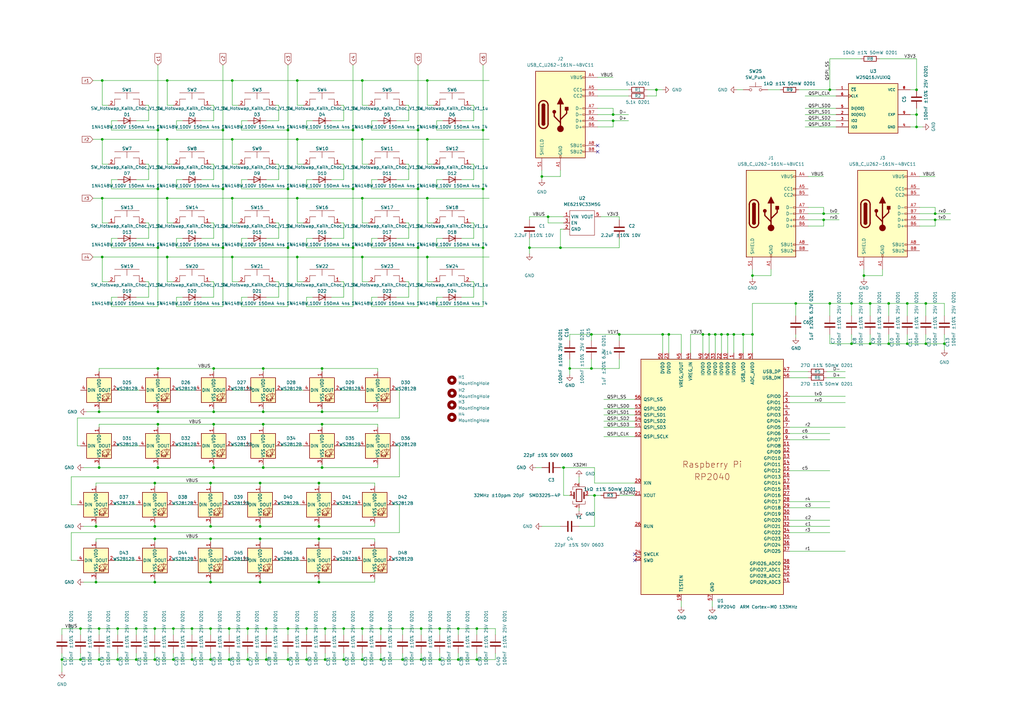
<source format=kicad_sch>
(kicad_sch (version 20230121) (generator eeschema)
  (paper "A3")
  (lib_symbols
    (symbol "Device:C" (pin_numbers hide) (pin_names (offset 0.254))
      (property "Reference" "C" (at 0.635 2.54 0))
      (property "Value" "C" (at 0.635 -2.54 0))
      (symbol "C_1_1"
        (pin passive line (at 0 3.81 270) (length 2.794) (name "~") (number "1"))
        (pin passive line (at 0 -3.81 90) (length 2.794) (name "~") (number "2"))
      )
    )
    (symbol "Device:Crystal_GND24" (pin_names (offset 1.016) hide)
      (property "Reference" "Y" (at 3.175 5.08 0))
      (property "Value" "Crystal_GND24" (at 3.175 3.175 0))
      (symbol "Crystal_GND24_1_1"
        (pin passive line (at -3.81 0 0) (length 1.27) (name "1") (number "1"))
        (pin passive line (at 0 5.08 270) (length 1.27) (name "2") (number "2"))
        (pin passive line (at 3.81 0 180) (length 1.27) (name "3") (number "3"))
        (pin passive line (at 0 -5.08 90) (length 1.27) (name "4") (number "4"))
      )
    )
    (symbol "Device:R" (pin_numbers hide) (pin_names (offset 0))
      (property "Reference" "R" (at 2.032 0 90))
      (property "Value" "R" (at 0 0 90))
      (symbol "R_1_1"
        (pin passive line (at 0 3.81 270) (length 1.27) (name "~") (number "1"))
        (pin passive line (at 0 -3.81 90) (length 1.27) (name "~") (number "2"))
      )
    )
    (symbol "Diode:1N4148W" (pin_numbers hide) (pin_names hide)
      (property "Reference" "D" (at 0 2.54 0))
      (property "Value" "1N4148W" (at 0 -2.54 0))
      (symbol "1N4148W_1_1"
        (pin passive line (at -3.81 0 0) (length 2.54) (name "K") (number "1"))
        (pin passive line (at 3.81 0 180) (length 2.54) (name "A") (number "2"))
      )
    )
    (symbol "GND_1" (power) (pin_names (offset 0))
      (property "Value" "GND_1" (at 0 -3.81 0))
      (symbol "GND_1_1_1"
        (pin power_in line (at 0 0 270) (length 0) hide (name "GND") (number "1"))
      )
    )
    (symbol "LED:WS2812B" (pin_names (offset 0.254))
      (property "Reference" "D" (at 5.08 5.715 0))
      (property "Value" "WS2812B" (at 1.27 -5.715 0))
      (symbol "WS2812B_0_0"
        (text "RGB" (at 2.286 -4.191 0) (effects (font (size 0.762 0.762))))
      )
      (symbol "WS2812B_1_1"
        (pin power_in line (at 0 7.62 270) (length 2.54) (name "VDD") (number "1"))
        (pin output line (at 7.62 0 180) (length 2.54) (name "DOUT") (number "2"))
        (pin power_in line (at 0 -7.62 90) (length 2.54) (name "VSS") (number "3"))
        (pin input line (at -7.62 0 0) (length 2.54) (name "DIN") (number "4"))
      )
    )
    (symbol "MCU_RaspberryPi_and_Boards:ME6219C33M5G"
      (property "Reference" "U" (at 0 10.16 0))
      (property "Value" "ME6219C33M5G" (at 0 7.62 0))
      (symbol "ME6219C33M5G_1_1"
        (pin power_in line (at -7.62 2.54 0) (length 2.54) (name "VIN") (number "1"))
        (pin power_in line (at -7.62 -2.54 0) (length 2.54) (name "GND") (number "2"))
        (pin power_in line (at -7.62 0 0) (length 2.54) (name "EN") (number "3"))
        (pin no_connect line (at 7.62 0 180) (length 2.54) hide (name "NC") (number "4"))
        (pin power_out line (at 7.62 2.54 180) (length 2.54) (name "VOUT") (number "5"))
      )
    )
    (symbol "MCU_RaspberryPi_and_Boards:RP2040" (pin_names (offset 1.016))
      (property "Reference" "U" (at -29.21 49.53 0))
      (property "Value" "RP2040" (at 24.13 -49.53 0))
      (symbol "RP2040_0_0"
        (text "Raspberry Pi" (at 0 5.08 0) (effects (font (size 2.54 2.54))))
        (text "RP2040" (at 0 0 0) (effects (font (size 2.54 2.54))))
      )
      (symbol "RP2040_1_1"
        (pin power_in line (at 8.89 50.8 270) (length 2.54) (name "IOVDD") (number "1"))
        (pin power_in line (at 6.35 50.8 270) (length 2.54) (name "IOVDD") (number "10"))
        (pin bidirectional line (at 31.75 12.7 180) (length 2.54) (name "GPIO8") (number "11"))
        (pin bidirectional line (at 31.75 10.16 180) (length 2.54) (name "GPIO9") (number "12"))
        (pin bidirectional line (at 31.75 7.62 180) (length 2.54) (name "GPIO10") (number "13"))
        (pin bidirectional line (at 31.75 5.08 180) (length 2.54) (name "GPIO11") (number "14"))
        (pin bidirectional line (at 31.75 2.54 180) (length 2.54) (name "GPIO12") (number "15"))
        (pin bidirectional line (at 31.75 0 180) (length 2.54) (name "GPIO13") (number "16"))
        (pin bidirectional line (at 31.75 -2.54 180) (length 2.54) (name "GPIO14") (number "17"))
        (pin bidirectional line (at 31.75 -5.08 180) (length 2.54) (name "GPIO15") (number "18"))
        (pin passive line (at -12.7 -50.8 90) (length 2.54) (name "TESTEN") (number "19"))
        (pin bidirectional line (at 31.75 33.02 180) (length 2.54) (name "GPIO0") (number "2"))
        (pin input line (at -31.75 -2.54 0) (length 2.54) (name "XIN") (number "20"))
        (pin passive line (at -31.75 -7.62 0) (length 2.54) (name "XOUT") (number "21"))
        (pin power_in line (at 3.81 50.8 270) (length 2.54) (name "IOVDD") (number "22"))
        (pin power_in line (at -17.78 50.8 270) (length 2.54) (name "DVDD") (number "23"))
        (pin output line (at -31.75 -31.75 0) (length 2.54) (name "SWCLK") (number "24"))
        (pin bidirectional line (at -31.75 -34.29 0) (length 2.54) (name "SWD") (number "25"))
        (pin input line (at -31.75 -20.32 0) (length 2.54) (name "RUN") (number "26"))
        (pin bidirectional line (at 31.75 -7.62 180) (length 2.54) (name "GPIO16") (number "27"))
        (pin bidirectional line (at 31.75 -10.16 180) (length 2.54) (name "GPIO17") (number "28"))
        (pin bidirectional line (at 31.75 -12.7 180) (length 2.54) (name "GPIO18") (number "29"))
        (pin bidirectional line (at 31.75 30.48 180) (length 2.54) (name "GPIO1") (number "3"))
        (pin bidirectional line (at 31.75 -15.24 180) (length 2.54) (name "GPIO19") (number "30"))
        (pin bidirectional line (at 31.75 -17.78 180) (length 2.54) (name "GPIO20") (number "31"))
        (pin bidirectional line (at 31.75 -20.32 180) (length 2.54) (name "GPIO21") (number "32"))
        (pin power_in line (at 1.27 50.8 270) (length 2.54) (name "IOVDD") (number "33"))
        (pin bidirectional line (at 31.75 -22.86 180) (length 2.54) (name "GPIO22") (number "34"))
        (pin bidirectional line (at 31.75 -25.4 180) (length 2.54) (name "GPIO23") (number "35"))
        (pin bidirectional line (at 31.75 -27.94 180) (length 2.54) (name "GPIO24") (number "36"))
        (pin bidirectional line (at 31.75 -30.48 180) (length 2.54) (name "GPIO25") (number "37"))
        (pin bidirectional line (at 31.75 -35.56 180) (length 2.54) (name "GPIO26_ADC0") (number "38"))
        (pin bidirectional line (at 31.75 -38.1 180) (length 2.54) (name "GPIO27_ADC1") (number "39"))
        (pin bidirectional line (at 31.75 27.94 180) (length 2.54) (name "GPIO2") (number "4"))
        (pin bidirectional line (at 31.75 -40.64 180) (length 2.54) (name "GPIO28_ADC2") (number "40"))
        (pin bidirectional line (at 31.75 -43.18 180) (length 2.54) (name "GPIO29_ADC3") (number "41"))
        (pin power_in line (at -1.27 50.8 270) (length 2.54) (name "IOVDD") (number "42"))
        (pin power_in line (at 16.51 50.8 270) (length 2.54) (name "ADC_AVDD") (number "43"))
        (pin power_in line (at -8.89 50.8 270) (length 2.54) (name "VREG_IN") (number "44"))
        (pin power_out line (at -12.7 50.8 270) (length 2.54) (name "VREG_VOUT") (number "45"))
        (pin bidirectional line (at 31.75 40.64 180) (length 2.54) (name "USB_DM") (number "46"))
        (pin bidirectional line (at 31.75 43.18 180) (length 2.54) (name "USB_DP") (number "47"))
        (pin power_in line (at 12.7 50.8 270) (length 2.54) (name "USB_VDD") (number "48"))
        (pin power_in line (at -3.81 50.8 270) (length 2.54) (name "IOVDD") (number "49"))
        (pin bidirectional line (at 31.75 25.4 180) (length 2.54) (name "GPIO3") (number "5"))
        (pin power_in line (at -20.32 50.8 270) (length 2.54) (name "DVDD") (number "50"))
        (pin bidirectional line (at -31.75 20.32 0) (length 2.54) (name "QSPI_SD3") (number "51"))
        (pin output line (at -31.75 16.51 0) (length 2.54) (name "QSPI_SCLK") (number "52"))
        (pin bidirectional line (at -31.75 27.94 0) (length 2.54) (name "QSPI_SD0") (number "53"))
        (pin bidirectional line (at -31.75 22.86 0) (length 2.54) (name "QSPI_SD2") (number "54"))
        (pin bidirectional line (at -31.75 25.4 0) (length 2.54) (name "QSPI_SD1") (number "55"))
        (pin bidirectional line (at -31.75 31.75 0) (length 2.54) (name "QSPI_SS") (number "56"))
        (pin power_in line (at 0 -50.8 90) (length 2.54) (name "GND") (number "57"))
        (pin bidirectional line (at 31.75 22.86 180) (length 2.54) (name "GPIO4") (number "6"))
        (pin bidirectional line (at 31.75 20.32 180) (length 2.54) (name "GPIO5") (number "7"))
        (pin bidirectional line (at 31.75 17.78 180) (length 2.54) (name "GPIO6") (number "8"))
        (pin bidirectional line (at 31.75 15.24 180) (length 2.54) (name "GPIO7") (number "9"))
      )
    )
    (symbol "Mechanical:MountingHole" (pin_names (offset 1.016))
      (property "Reference" "H" (at 0 5.08 0))
      (property "Value" "MountingHole" (at 0 3.175 0))
    )
    (symbol "Switch:SW_Push" (pin_numbers hide) (pin_names (offset 1.016) hide)
      (property "Reference" "SW" (at 1.27 2.54 0))
      (property "Value" "SW_Push" (at 0 -1.524 0))
      (symbol "SW_Push_0_1"
        (pin passive line (at -5.08 0 0) (length 2.54) (name "1") (number "1"))
        (pin passive line (at 5.08 0 180) (length 2.54) (name "2") (number "2"))
      )
    )
    (symbol "Switches:SW_Cherry_MX_1.00u"
      (property "Reference" "SW" (at 0 0 0))
      (property "Value" "SW_Cherry_MX_1.00u" (at 0 2.032 0))
      (symbol "SW_Cherry_MX_1.00u_1_1"
        (pin bidirectional line (at -7.62 -7.62 0) (length 2.54) (name "") (number "1"))
        (pin bidirectional line (at 7.62 -7.62 180) (length 2.54) (name "") (number "2"))
      )
    )
    (symbol "W25Q16JVSSIQ:W25Q16JVSSIQ" (pin_names (offset 1.016))
      (property "Reference" "U" (at -10.16 10.668 0))
      (property "Value" "W25Q16JVSSIQ" (at -10.16 -13.208 0))
      (symbol "W25Q16JVSSIQ_0_0"
        (pin input line (at -15.24 7.62 0) (length 5.08) (name "~{CS}") (number "1"))
        (pin bidirectional line (at -15.24 -2.54 0) (length 5.08) (name "DO(IO1)") (number "2"))
        (pin bidirectional line (at -15.24 -5.08 0) (length 5.08) (name "IO2") (number "3"))
        (pin power_in line (at 15.24 -7.62 180) (length 5.08) (name "GND") (number "4"))
        (pin bidirectional line (at -15.24 0 0) (length 5.08) (name "DI(IO0)") (number "5"))
        (pin input clock (at -15.24 5.08 0) (length 5.08) (name "CLK") (number "6"))
        (pin bidirectional line (at -15.24 -7.62 0) (length 5.08) (name "IO3") (number "7"))
        (pin power_in line (at 15.24 7.62 180) (length 5.08) (name "VCC") (number "8"))
        (pin power_in line (at 15.24 -2.54 180) (length 5.08) (name "EXP") (number "9"))
      )
    )
    (symbol "josh-connector:USB_C_U262-161N-4BVC11" (pin_names (offset 1.016))
      (property "Reference" "J" (at -10.16 19.05 0))
      (property "Value" "USB_C_U262-161N-4BVC11" (at 19.05 19.05 0))
      (symbol "USB_C_U262-161N-4BVC11_1_1"
        (pin power_in line (at 0 -22.86 90) (length 5.08) (name "GND") (number "A1"))
        (pin passive line (at 0 -22.86 90) (length 5.08) hide (name "GND") (number "A12"))
        (pin power_in line (at 15.24 15.24 180) (length 5.08) (name "VBUS") (number "A4"))
        (pin bidirectional line (at 15.24 10.16 180) (length 5.08) (name "CC1") (number "A5"))
        (pin bidirectional line (at 15.24 -2.54 180) (length 5.08) (name "D+") (number "A6"))
        (pin bidirectional line (at 15.24 2.54 180) (length 5.08) (name "D-") (number "A7"))
        (pin bidirectional line (at 15.24 -12.7 180) (length 5.08) (name "SBU1") (number "A8"))
        (pin passive line (at 15.24 15.24 180) (length 5.08) hide (name "VBUS") (number "A9"))
        (pin passive line (at 0 -22.86 90) (length 5.08) hide (name "GND") (number "B1"))
        (pin passive line (at 0 -22.86 90) (length 5.08) hide (name "GND") (number "B12"))
        (pin passive line (at 15.24 15.24 180) (length 5.08) hide (name "VBUS") (number "B4"))
        (pin bidirectional line (at 15.24 7.62 180) (length 5.08) (name "CC2") (number "B5"))
        (pin bidirectional line (at 15.24 -5.08 180) (length 5.08) (name "D+") (number "B6"))
        (pin bidirectional line (at 15.24 0 180) (length 5.08) (name "D-") (number "B7"))
        (pin bidirectional line (at 15.24 -15.24 180) (length 5.08) (name "SBU2") (number "B8"))
        (pin passive line (at 15.24 15.24 180) (length 5.08) hide (name "VBUS") (number "B9"))
        (pin passive line (at -7.62 -22.86 90) (length 5.08) (name "SHIELD") (number "S1"))
      )
    )
    (symbol "power:GND" (power) (pin_names (offset 0))
      (property "Value" "GND" (at 0 -3.81 0))
      (symbol "GND_1_1"
        (pin power_in line (at 0 0 270) (length 0) hide (name "GND") (number "1"))
      )
    )
  )
  (junction (at 121.92 57.15))
  (junction (at 64.77 101.6))
  (junction (at 233.68 151.13))
  (junction (at 148.59 105.41))
  (junction (at 132.08 191.77))
  (junction (at 107.95 191.77))
  (junction (at 195.58 257.81))
  (junction (at 63.5 257.81))
  (junction (at 140.97 257.81))
  (junction (at 308.61 113.03))
  (junction (at 125.73 270.51))
  (junction (at 86.36 257.81))
  (junction (at 87.63 151.13))
  (junction (at 383.54 87.63))
  (junction (at 144.78 101.6))
  (junction (at 379.73 140.97))
  (junction (at 25.4 270.51))
  (junction (at 63.5 220.98))
  (junction (at 41.91 33.02))
  (junction (at 63.5 238.76))
  (junction (at 171.45 101.6))
  (junction (at 293.37 137.16))
  (junction (at 224.79 88.9))
  (junction (at 372.11 124.46))
  (junction (at 55.88 257.81))
  (junction (at 71.12 270.51))
  (junction (at 107.95 173.99))
  (junction (at 121.92 81.28))
  (junction (at 144.78 77.47))
  (junction (at 125.73 257.81))
  (junction (at 175.26 81.28))
  (junction (at 133.35 257.81))
  (junction (at 101.6 257.81))
  (junction (at 354.33 113.03))
  (junction (at 349.25 140.97))
  (junction (at 229.87 101.6))
  (junction (at 118.11 53.34))
  (junction (at 231.14 191.77))
  (junction (at 295.91 137.16))
  (junction (at 375.92 52.07))
  (junction (at 63.5 270.51))
  (junction (at 78.74 270.51))
  (junction (at 91.44 53.34))
  (junction (at 364.49 140.97))
  (junction (at 172.72 270.51))
  (junction (at 337.82 87.63))
  (junction (at 33.02 257.81))
  (junction (at 93.98 257.81))
  (junction (at 300.99 137.16))
  (junction (at 106.68 215.9))
  (junction (at 87.63 168.91))
  (junction (at 106.68 220.98))
  (junction (at 195.58 270.51))
  (junction (at 148.59 257.81))
  (junction (at 130.81 238.76))
  (junction (at 254 137.16))
  (junction (at 271.78 137.16))
  (junction (at 68.58 81.28))
  (junction (at 91.44 101.6))
  (junction (at 64.77 168.91))
  (junction (at 148.59 270.51))
  (junction (at 48.26 257.81))
  (junction (at 171.45 77.47))
  (junction (at 109.22 257.81))
  (junction (at 95.25 81.28))
  (junction (at 274.32 137.16))
  (junction (at 41.91 81.28))
  (junction (at 40.64 168.91))
  (junction (at 68.58 33.02))
  (junction (at 118.11 101.6))
  (junction (at 64.77 77.47))
  (junction (at 356.87 140.97))
  (junction (at 118.11 270.51))
  (junction (at 372.11 140.97))
  (junction (at 64.77 191.77))
  (junction (at 109.22 270.51))
  (junction (at 40.64 257.81))
  (junction (at 326.39 124.46))
  (junction (at 63.5 215.9))
  (junction (at 140.97 270.51))
  (junction (at 121.92 33.02))
  (junction (at 198.12 77.47))
  (junction (at 33.02 270.51))
  (junction (at 156.21 257.81))
  (junction (at 175.26 33.02))
  (junction (at 187.96 257.81))
  (junction (at 130.81 220.98))
  (junction (at 298.45 137.16))
  (junction (at 55.88 270.51))
  (junction (at 144.78 53.34))
  (junction (at 118.11 257.81))
  (junction (at 130.81 215.9))
  (junction (at 48.26 270.51))
  (junction (at 64.77 173.99))
  (junction (at 356.87 124.46))
  (junction (at 375.92 46.99))
  (junction (at 251.46 46.99))
  (junction (at 364.49 124.46))
  (junction (at 40.64 191.77))
  (junction (at 40.64 270.51))
  (junction (at 87.63 191.77))
  (junction (at 180.34 257.81))
  (junction (at 107.95 168.91))
  (junction (at 64.77 151.13))
  (junction (at 349.25 124.46))
  (junction (at 132.08 173.99))
  (junction (at 288.29 137.16))
  (junction (at 187.96 270.51))
  (junction (at 337.82 90.17))
  (junction (at 39.37 238.76))
  (junction (at 78.74 257.81))
  (junction (at 118.11 77.47))
  (junction (at 133.35 270.51))
  (junction (at 148.59 33.02))
  (junction (at 64.77 53.34))
  (junction (at 132.08 168.91))
  (junction (at 165.1 270.51))
  (junction (at 156.21 270.51))
  (junction (at 243.84 203.2))
  (junction (at 121.92 105.41))
  (junction (at 242.57 151.13))
  (junction (at 180.34 270.51))
  (junction (at 39.37 215.9))
  (junction (at 308.61 137.16))
  (junction (at 251.46 49.53))
  (junction (at 41.91 57.15))
  (junction (at 86.36 238.76))
  (junction (at 91.44 77.47))
  (junction (at 95.25 57.15))
  (junction (at 93.98 270.51))
  (junction (at 130.81 198.12))
  (junction (at 175.26 57.15))
  (junction (at 71.12 257.81))
  (junction (at 132.08 151.13))
  (junction (at 242.57 137.16))
  (junction (at 87.63 173.99))
  (junction (at 148.59 57.15))
  (junction (at 148.59 81.28))
  (junction (at 106.68 198.12))
  (junction (at 95.25 33.02))
  (junction (at 379.73 124.46))
  (junction (at 101.6 270.51))
  (junction (at 86.36 270.51))
  (junction (at 63.5 198.12))
  (junction (at 86.36 215.9))
  (junction (at 383.54 90.17))
  (junction (at 269.24 36.83))
  (junction (at 86.36 220.98))
  (junction (at 41.91 105.41))
  (junction (at 107.95 151.13))
  (junction (at 106.68 238.76))
  (junction (at 171.45 53.34))
  (junction (at 68.58 105.41))
  (junction (at 172.72 257.81))
  (junction (at 165.1 257.81))
  (junction (at 387.35 140.97))
  (junction (at 222.25 72.39))
  (junction (at 290.83 137.16))
  (junction (at 304.8 137.16))
  (junction (at 198.12 53.34))
  (junction (at 68.58 57.15))
  (junction (at 175.26 105.41))
  (junction (at 340.36 36.83))
  (junction (at 95.25 105.41))
  (junction (at 375.92 36.83))
  (junction (at 198.12 101.6))
  (junction (at 217.17 101.6))
  (junction (at 86.36 198.12))
  (junction (at 340.36 124.46))
  (no_connect (at 260.35 227.33))
  (no_connect (at 245.11 62.23))
  (no_connect (at 245.11 59.69))
  (no_connect (at 260.35 229.87))
  (wire (pts (xy 55.88 73.66) (xy 60.96 73.66)))
  (wire (pts (xy 144.78 77.47) (xy 144.78 101.6)))
  (wire (pts (xy 375.92 44.45) (xy 375.92 46.99)))
  (wire (pts (xy 203.2 257.81) (xy 203.2 260.35)))
  (wire (pts (xy 93.98 257.81) (xy 93.98 260.35)))
  (wire (pts (xy 128.27 97.79) (xy 125.73 97.79)))
  (wire (pts (xy 118.11 53.34) (xy 118.11 77.47)))
  (wire (pts (xy 55.88 121.92) (xy 60.96 121.92)))
  (wire (pts (xy 354.33 113.03) (xy 361.95 113.03)))
  (wire (pts (xy 72.39 77.47) (xy 91.44 77.47)))
  (wire (pts (xy 162.56 160.02) (xy 163.83 160.02)))
  (wire (pts (xy 48.26 160.02) (xy 57.15 160.02)))
  (wire (pts (xy 86.36 43.18) (xy 87.63 43.18)))
  (wire (pts (xy 254 88.9) (xy 246.38 88.9)))
  (wire (pts (xy 293.37 137.16) (xy 295.91 137.16)))
  (wire (pts (xy 179.07 73.66) (xy 179.07 77.47)))
  (wire (pts (xy 217.17 97.79) (xy 217.17 101.6)))
  (wire (pts (xy 130.81 220.98) (xy 153.67 220.98)))
  (wire (pts (xy 140.97 49.53) (xy 140.97 43.18)))
  (wire (pts (xy 247.65 167.64) (xy 260.35 167.64)))
  (wire (pts (xy 349.25 124.46) (xy 356.87 124.46)))
  (wire (pts (xy 377.19 87.63) (xy 383.54 87.63)))
  (wire (pts (xy 118.11 101.6) (xy 118.11 125.73)))
  (wire (pts (xy 64.77 26.67) (xy 64.77 53.34)))
  (wire (pts (xy 229.87 215.9) (xy 222.25 215.9)))
  (wire (pts (xy 148.59 67.31) (xy 151.13 67.31)))
  (wire (pts (xy 107.95 173.99) (xy 132.08 173.99)))
  (wire (pts (xy 154.94 173.99) (xy 154.94 175.26)))
  (wire (pts (xy 64.77 191.77) (xy 87.63 191.77)))
  (wire (pts (xy 48.26 121.92) (xy 45.72 121.92)))
  (wire (pts (xy 60.96 49.53) (xy 60.96 43.18)))
  (wire (pts (xy 40.64 257.81) (xy 40.64 260.35)))
  (wire (pts (xy 82.55 97.79) (xy 87.63 97.79)))
  (wire (pts (xy 71.12 270.51) (xy 78.74 270.51)))
  (wire (pts (xy 86.36 238.76) (xy 86.36 237.49)))
  (wire (pts (xy 39.37 237.49) (xy 39.37 238.76)))
  (wire (pts (xy 162.56 97.79) (xy 167.64 97.79)))
  (wire (pts (xy 231.14 191.77) (xy 231.14 203.2)))
  (wire (pts (xy 72.39 182.88) (xy 80.01 182.88)))
  (wire (pts (xy 254 137.16) (xy 254 139.7)))
  (wire (pts (xy 356.87 137.16) (xy 356.87 140.97)))
  (wire (pts (xy 327.66 36.83) (xy 340.36 36.83)))
  (wire (pts (xy 171.45 53.34) (xy 171.45 77.47)))
  (wire (pts (xy 55.88 49.53) (xy 60.96 49.53)))
  (wire (pts (xy 181.61 73.66) (xy 179.07 73.66)))
  (wire (pts (xy 331.47 90.17) (xy 337.82 90.17)))
  (wire (pts (xy 163.83 218.44) (xy 29.21 218.44)))
  (wire (pts (xy 95.25 81.28) (xy 121.92 81.28)))
  (wire (pts (xy 254 101.6) (xy 254 97.79)))
  (wire (pts (xy 330.2 46.99) (xy 342.9 46.99)))
  (wire (pts (xy 144.78 53.34) (xy 144.78 77.47)))
  (wire (pts (xy 38.1 105.41) (xy 41.91 105.41)))
  (wire (pts (xy 323.85 213.36) (xy 340.36 213.36)))
  (wire (pts (xy 132.08 173.99) (xy 132.08 175.26)))
  (wire (pts (xy 245.11 46.99) (xy 251.46 46.99)))
  (wire (pts (xy 138.43 229.87) (xy 146.05 229.87)))
  (wire (pts (xy 34.29 215.9) (xy 39.37 215.9)))
  (wire (pts (xy 132.08 151.13) (xy 154.94 151.13)))
  (wire (pts (xy 337.82 85.09) (xy 331.47 85.09)))
  (wire (pts (xy 344.17 87.63) (xy 337.82 87.63)))
  (wire (pts (xy 106.68 215.9) (xy 130.81 215.9)))
  (wire (pts (xy 95.25 91.44) (xy 97.79 91.44)))
  (wire (pts (xy 107.95 168.91) (xy 107.95 167.64)))
  (wire (pts (xy 243.84 191.77) (xy 243.84 198.12)))
  (wire (pts (xy 283.21 137.16) (xy 288.29 137.16)))
  (wire (pts (xy 78.74 270.51) (xy 78.74 267.97)))
  (wire (pts (xy 233.68 151.13) (xy 233.68 153.67)))
  (wire (pts (xy 48.26 73.66) (xy 45.72 73.66)))
  (wire (pts (xy 194.31 49.53) (xy 194.31 43.18)))
  (wire (pts (xy 60.96 121.92) (xy 60.96 115.57)))
  (wire (pts (xy 72.39 101.6) (xy 91.44 101.6)))
  (wire (pts (xy 55.88 257.81) (xy 63.5 257.81)))
  (wire (pts (xy 339.09 154.94) (xy 346.71 154.94)))
  (wire (pts (xy 195.58 270.51) (xy 203.2 270.51)))
  (wire (pts (xy 45.72 53.34) (xy 64.77 53.34)))
  (wire (pts (xy 144.78 101.6) (xy 144.78 125.73)))
  (wire (pts (xy 132.08 191.77) (xy 132.08 190.5)))
  (wire (pts (xy 86.36 270.51) (xy 93.98 270.51)))
  (wire (pts (xy 364.49 129.54) (xy 364.49 124.46)))
  (wire (pts (xy 68.58 67.31) (xy 71.12 67.31)))
  (wire (pts (xy 148.59 81.28) (xy 175.26 81.28)))
  (wire (pts (xy 86.36 215.9) (xy 106.68 215.9)))
  (wire (pts (xy 115.57 160.02) (xy 124.46 160.02)))
  (wire (pts (xy 152.4 73.66) (xy 152.4 77.47)))
  (wire (pts (xy 330.2 49.53) (xy 342.9 49.53)))
  (wire (pts (xy 316.23 113.03) (xy 316.23 110.49)))
  (wire (pts (xy 323.85 208.28) (xy 340.36 208.28)))
  (wire (pts (xy 71.12 257.81) (xy 78.74 257.81)))
  (wire (pts (xy 106.68 198.12) (xy 130.81 198.12)))
  (wire (pts (xy 323.85 177.8) (xy 340.36 177.8)))
  (wire (pts (xy 25.4 270.51) (xy 25.4 275.59)))
  (wire (pts (xy 86.36 238.76) (xy 106.68 238.76)))
  (wire (pts (xy 340.36 24.13) (xy 353.06 24.13)))
  (wire (pts (xy 40.64 151.13) (xy 64.77 151.13)))
  (wire (pts (xy 95.25 57.15) (xy 121.92 57.15)))
  (wire (pts (xy 171.45 26.67) (xy 171.45 53.34)))
  (wire (pts (xy 162.56 73.66) (xy 167.64 73.66)))
  (wire (pts (xy 383.54 87.63) (xy 383.54 85.09)))
  (wire (pts (xy 242.57 151.13) (xy 233.68 151.13)))
  (wire (pts (xy 154.94 191.77) (xy 154.94 190.5)))
  (wire (pts (xy 114.3 229.87) (xy 123.19 229.87)))
  (wire (pts (xy 290.83 144.78) (xy 290.83 137.16)))
  (wire (pts (xy 39.37 215.9) (xy 63.5 215.9)))
  (wire (pts (xy 40.64 168.91) (xy 64.77 168.91)))
  (wire (pts (xy 29.21 218.44) (xy 29.21 229.87)))
  (wire (pts (xy 86.36 220.98) (xy 106.68 220.98)))
  (wire (pts (xy 349.25 140.97) (xy 356.87 140.97)))
  (wire (pts (xy 25.4 260.35) (xy 25.4 257.81)))
  (wire (pts (xy 45.72 121.92) (xy 45.72 125.73)))
  (wire (pts (xy 38.1 33.02) (xy 41.91 33.02)))
  (wire (pts (xy 193.04 91.44) (xy 194.31 91.44)))
  (wire (pts (xy 237.49 198.12) (xy 237.49 195.58)))
  (wire (pts (xy 257.81 39.37) (xy 245.11 39.37)))
  (wire (pts (xy 165.1 270.51) (xy 165.1 267.97)))
  (wire (pts (xy 139.7 160.02) (xy 147.32 160.02)))
  (wire (pts (xy 372.11 140.97) (xy 379.73 140.97)))
  (wire (pts (xy 246.38 203.2) (xy 243.84 203.2)))
  (wire (pts (xy 251.46 46.99) (xy 251.46 44.45)))
  (wire (pts (xy 269.24 39.37) (xy 265.43 39.37)))
  (wire (pts (xy 68.58 43.18) (xy 68.58 33.02)))
  (wire (pts (xy 125.73 77.47) (xy 144.78 77.47)))
  (wire (pts (xy 265.43 36.83) (xy 269.24 36.83)))
  (wire (pts (xy 379.73 140.97) (xy 387.35 140.97)))
  (wire (pts (xy 107.95 151.13) (xy 132.08 151.13)))
  (wire (pts (xy 38.1 81.28) (xy 41.91 81.28)))
  (wire (pts (xy 130.81 220.98) (xy 130.81 222.25)))
  (wire (pts (xy 148.59 67.31) (xy 148.59 57.15)))
  (wire (pts (xy 172.72 270.51) (xy 180.34 270.51)))
  (wire (pts (xy 179.07 125.73) (xy 198.12 125.73)))
  (wire (pts (xy 383.54 90.17) (xy 383.54 92.71)))
  (wire (pts (xy 229.87 191.77) (xy 231.14 191.77)))
  (wire (pts (xy 156.21 270.51) (xy 165.1 270.51)))
  (wire (pts (xy 198.12 26.67) (xy 198.12 53.34)))
  (wire (pts (xy 87.63 173.99) (xy 107.95 173.99)))
  (wire (pts (xy 323.85 180.34) (xy 340.36 180.34)))
  (wire (pts (xy 241.3 203.2) (xy 243.84 203.2)))
  (wire (pts (xy 121.92 43.18) (xy 121.92 33.02)))
  (wire (pts (xy 323.85 152.4) (xy 331.47 152.4)))
  (wire (pts (xy 179.07 77.47) (xy 198.12 77.47)))
  (wire (pts (xy 140.97 257.81) (xy 148.59 257.81)))
  (wire (pts (xy 68.58 91.44) (xy 68.58 81.28)))
  (wire (pts (xy 163.83 195.58) (xy 29.21 195.58)))
  (wire (pts (xy 163.83 171.45) (xy 31.75 171.45)))
  (wire (pts (xy 187.96 270.51) (xy 187.96 267.97)))
  (wire (pts (xy 86.36 257.81) (xy 93.98 257.81)))
  (wire (pts (xy 166.37 115.57) (xy 167.64 115.57)))
  (wire (pts (xy 25.4 257.81) (xy 33.02 257.81)))
  (wire (pts (xy 242.57 139.7) (xy 242.57 137.16)))
  (wire (pts (xy 135.89 121.92) (xy 140.97 121.92)))
  (wire (pts (xy 195.58 257.81) (xy 195.58 260.35)))
  (wire (pts (xy 71.12 270.51) (xy 71.12 267.97)))
  (wire (pts (xy 64.77 53.34) (xy 64.77 77.47)))
  (wire (pts (xy 59.69 91.44) (xy 60.96 91.44)))
  (wire (pts (xy 339.09 152.4) (xy 346.71 152.4)))
  (wire (pts (xy 68.58 115.57) (xy 68.58 105.41)))
  (wire (pts (xy 125.73 270.51) (xy 133.35 270.51)))
  (wire (pts (xy 87.63 191.77) (xy 107.95 191.77)))
  (wire (pts (xy 39.37 199.39) (xy 39.37 198.12)))
  (wire (pts (xy 189.23 73.66) (xy 194.31 73.66)))
  (wire (pts (xy 64.77 168.91) (xy 64.77 167.64)))
  (wire (pts (xy 40.64 270.51) (xy 48.26 270.51)))
  (wire (pts (xy 95.25 67.31) (xy 95.25 57.15)))
  (wire (pts (xy 175.26 33.02) (xy 175.26 43.18)))
  (wire (pts (xy 180.34 270.51) (xy 180.34 267.97)))
  (wire (pts (xy 340.36 140.97) (xy 349.25 140.97)))
  (wire (pts (xy 91.44 26.67) (xy 91.44 53.34)))
  (wire (pts (xy 181.61 121.92) (xy 179.07 121.92)))
  (wire (pts (xy 175.26 57.15) (xy 175.26 67.31)))
  (wire (pts (xy 254 203.2) (xy 260.35 203.2)))
  (wire (pts (xy 360.68 24.13) (xy 375.92 24.13)))
  (wire (pts (xy 64.77 151.13) (xy 87.63 151.13)))
  (wire (pts (xy 330.2 44.45) (xy 342.9 44.45)))
  (wire (pts (xy 148.59 257.81) (xy 148.59 260.35)))
  (wire (pts (xy 130.81 238.76) (xy 153.67 238.76)))
  (wire (pts (xy 41.91 91.44) (xy 44.45 91.44)))
  (wire (pts (xy 95.25 43.18) (xy 97.79 43.18)))
  (wire (pts (xy 33.02 270.51) (xy 40.64 270.51)))
  (wire (pts (xy 373.38 46.99) (xy 375.92 46.99)))
  (wire (pts (xy 229.87 72.39) (xy 229.87 69.85)))
  (wire (pts (xy 152.4 125.73) (xy 171.45 125.73)))
  (wire (pts (xy 231.14 191.77) (xy 243.84 191.77)))
  (wire (pts (xy 326.39 129.54) (xy 326.39 124.46)))
  (wire (pts (xy 274.32 137.16) (xy 271.78 137.16)))
  (wire (pts (xy 330.2 52.07) (xy 342.9 52.07)))
  (wire (pts (xy 243.84 215.9) (xy 243.84 203.2)))
  (wire (pts (xy 118.11 270.51) (xy 125.73 270.51)))
  (wire (pts (xy 74.93 73.66) (xy 72.39 73.66)))
  (wire (pts (xy 93.98 229.87) (xy 99.06 229.87)))
  (wire (pts (xy 114.3 73.66) (xy 114.3 67.31)))
  (wire (pts (xy 156.21 257.81) (xy 165.1 257.81)))
  (wire (pts (xy 41.91 115.57) (xy 41.91 105.41)))
  (wire (pts (xy 148.59 115.57) (xy 148.59 105.41)))
  (wire (pts (xy 175.26 81.28) (xy 200.66 81.28)))
  (wire (pts (xy 224.79 91.44) (xy 224.79 88.9)))
  (wire (pts (xy 148.59 270.51) (xy 148.59 267.97)))
  (wire (pts (xy 48.26 270.51) (xy 48.26 267.97)))
  (wire (pts (xy 247.65 172.72) (xy 260.35 172.72)))
  (wire (pts (xy 269.24 36.83) (xy 269.24 39.37)))
  (wire (pts (xy 87.63 121.92) (xy 87.63 115.57)))
  (wire (pts (xy 194.31 97.79) (xy 194.31 91.44)))
  (wire (pts (xy 172.72 257.81) (xy 180.34 257.81)))
  (wire (pts (xy 106.68 220.98) (xy 106.68 222.25)))
  (wire (pts (xy 130.81 198.12) (xy 130.81 199.39)))
  (wire (pts (xy 377.19 72.39) (xy 383.54 72.39)))
  (wire (pts (xy 166.37 67.31) (xy 167.64 67.31)))
  (wire (pts (xy 222.25 72.39) (xy 222.25 73.66)))
  (wire (pts (xy 64.77 173.99) (xy 87.63 173.99)))
  (wire (pts (xy 153.67 220.98) (xy 153.67 222.25)))
  (wire (pts (xy 231.14 91.44) (xy 224.79 91.44)))
  (wire (pts (xy 99.06 73.66) (xy 99.06 77.47)))
  (wire (pts (xy 82.55 121.92) (xy 87.63 121.92)))
  (wire (pts (xy 86.36 67.31) (xy 87.63 67.31)))
  (wire (pts (xy 293.37 144.78) (xy 293.37 137.16)))
  (wire (pts (xy 279.4 137.16) (xy 274.32 137.16)))
  (wire (pts (xy 144.78 26.67) (xy 144.78 53.34)))
  (wire (pts (xy 148.59 270.51) (xy 156.21 270.51)))
  (wire (pts (xy 165.1 257.81) (xy 165.1 260.35)))
  (wire (pts (xy 364.49 124.46) (xy 372.11 124.46)))
  (wire (pts (xy 130.81 215.9) (xy 130.81 214.63)))
  (wire (pts (xy 114.3 97.79) (xy 114.3 91.44)))
  (wire (pts (xy 95.25 33.02) (xy 121.92 33.02)))
  (wire (pts (xy 118.11 257.81) (xy 118.11 260.35)))
  (wire (pts (xy 86.36 91.44) (xy 87.63 91.44)))
  (wire (pts (xy 180.34 270.51) (xy 187.96 270.51)))
  (wire (pts (xy 41.91 81.28) (xy 68.58 81.28)))
  (wire (pts (xy 74.93 97.79) (xy 72.39 97.79)))
  (wire (pts (xy 167.64 97.79) (xy 167.64 91.44)))
  (wire (pts (xy 135.89 97.79) (xy 140.97 97.79)))
  (wire (pts (xy 121.92 91.44) (xy 121.92 81.28)))
  (wire (pts (xy 198.12 77.47) (xy 198.12 101.6)))
  (wire (pts (xy 298.45 137.16) (xy 300.99 137.16)))
  (wire (pts (xy 356.87 140.97) (xy 364.49 140.97)))
  (wire (pts (xy 63.5 220.98) (xy 86.36 220.98)))
  (wire (pts (xy 101.6 97.79) (xy 99.06 97.79)))
  (wire (pts (xy 74.93 49.53) (xy 72.39 49.53)))
  (wire (pts (xy 308.61 113.03) (xy 316.23 113.03)))
  (wire (pts (xy 283.21 144.78) (xy 283.21 137.16)))
  (wire (pts (xy 87.63 97.79) (xy 87.63 91.44)))
  (wire (pts (xy 140.97 73.66) (xy 140.97 67.31)))
  (wire (pts (xy 372.11 129.54) (xy 372.11 124.46)))
  (wire (pts (xy 118.11 270.51) (xy 118.11 267.97)))
  (wire (pts (xy 45.72 125.73) (xy 64.77 125.73)))
  (wire (pts (xy 95.25 115.57) (xy 97.79 115.57)))
  (wire (pts (xy 63.5 215.9) (xy 63.5 214.63)))
  (wire (pts (xy 323.85 205.74) (xy 340.36 205.74)))
  (wire (pts (xy 242.57 137.16) (xy 254 137.16)))
  (wire (pts (xy 379.73 129.54) (xy 379.73 124.46)))
  (wire (pts (xy 247.65 179.07) (xy 260.35 179.07)))
  (wire (pts (xy 172.72 257.81) (xy 172.72 260.35)))
  (wire (pts (xy 109.22 270.51) (xy 118.11 270.51)))
  (wire (pts (xy 87.63 168.91) (xy 107.95 168.91)))
  (wire (pts (xy 295.91 137.16) (xy 298.45 137.16)))
  (wire (pts (xy 288.29 137.16) (xy 290.83 137.16)))
  (wire (pts (xy 55.88 257.81) (xy 55.88 260.35)))
  (wire (pts (xy 86.36 198.12) (xy 106.68 198.12)))
  (wire (pts (xy 290.83 137.16) (xy 293.37 137.16)))
  (wire (pts (xy 48.26 97.79) (xy 45.72 97.79)))
  (wire (pts (xy 109.22 121.92) (xy 114.3 121.92)))
  (wire (pts (xy 340.36 124.46) (xy 326.39 124.46)))
  (wire (pts (xy 59.69 43.18) (xy 60.96 43.18)))
  (wire (pts (xy 121.92 33.02) (xy 148.59 33.02)))
  (wire (pts (xy 41.91 67.31) (xy 44.45 67.31)))
  (wire (pts (xy 38.1 57.15) (xy 41.91 57.15)))
  (wire (pts (xy 91.44 53.34) (xy 91.44 77.47)))
  (wire (pts (xy 99.06 77.47) (xy 118.11 77.47)))
  (wire (pts (xy 217.17 104.14) (xy 217.17 101.6)))
  (wire (pts (xy 308.61 137.16) (xy 308.61 144.78)))
  (wire (pts (xy 233.68 137.16) (xy 242.57 137.16)))
  (wire (pts (xy 175.26 105.41) (xy 200.66 105.41)))
  (wire (pts (xy 135.89 49.53) (xy 140.97 49.53)))
  (wire (pts (xy 93.98 257.81) (xy 101.6 257.81)))
  (wire (pts (xy 87.63 49.53) (xy 87.63 43.18)))
  (wire (pts (xy 72.39 125.73) (xy 91.44 125.73)))
  (wire (pts (xy 180.34 257.81) (xy 180.34 260.35)))
  (wire (pts (xy 135.89 73.66) (xy 140.97 73.66)))
  (wire (pts (xy 35.56 168.91) (xy 40.64 168.91)))
  (wire (pts (xy 86.36 115.57) (xy 87.63 115.57)))
  (wire (pts (xy 87.63 73.66) (xy 87.63 67.31)))
  (wire (pts (xy 154.94 168.91) (xy 154.94 167.64)))
  (wire (pts (xy 154.94 121.92) (xy 152.4 121.92)))
  (wire (pts (xy 99.06 49.53) (xy 99.06 53.34)))
  (wire (pts (xy 64.77 151.13) (xy 64.77 152.4)))
  (wire (pts (xy 162.56 121.92) (xy 167.64 121.92)))
  (wire (pts (xy 132.08 168.91) (xy 154.94 168.91)))
  (wire (pts (xy 41.91 105.41) (xy 68.58 105.41)))
  (wire (pts (xy 39.37 222.25) (xy 39.37 220.98)))
  (wire (pts (xy 271.78 137.16) (xy 271.78 144.78)))
  (wire (pts (xy 323.85 165.1) (xy 346.71 165.1)))
  (wire (pts (xy 40.64 167.64) (xy 40.64 168.91)))
  (wire (pts (xy 167.64 49.53) (xy 167.64 43.18)))
  (wire (pts (xy 195.58 257.81) (xy 203.2 257.81)))
  (wire (pts (xy 292.1 246.38) (xy 292.1 248.92)))
  (wire (pts (xy 242.57 151.13) (xy 254 151.13)))
  (wire (pts (xy 109.22 270.51) (xy 109.22 267.97)))
  (wire (pts (xy 304.8 137.16) (xy 308.61 137.16)))
  (wire (pts (xy 167.64 73.66) (xy 167.64 67.31)))
  (wire (pts (xy 166.37 91.44) (xy 167.64 91.44)))
  (wire (pts (xy 326.39 124.46) (xy 308.61 124.46)))
  (wire (pts (xy 254 137.16) (xy 271.78 137.16)))
  (wire (pts (xy 153.67 215.9) (xy 153.67 214.63)))
  (wire (pts (xy 101.6 257.81) (xy 101.6 260.35)))
  (wire (pts (xy 162.56 49.53) (xy 167.64 49.53)))
  (wire (pts (xy 179.07 53.34) (xy 198.12 53.34)))
  (wire (pts (xy 340.36 36.83) (xy 342.9 36.83)))
  (wire (pts (xy 251.46 44.45) (xy 245.11 44.45)))
  (wire (pts (xy 29.21 207.01) (xy 31.75 207.01)))
  (wire (pts (xy 189.23 121.92) (xy 194.31 121.92)))
  (wire (pts (xy 193.04 67.31) (xy 194.31 67.31)))
  (wire (pts (xy 242.57 147.32) (xy 242.57 151.13)))
  (wire (pts (xy 179.07 101.6) (xy 198.12 101.6)))
  (wire (pts (xy 193.04 43.18) (xy 194.31 43.18)))
  (wire (pts (xy 95.25 43.18) (xy 95.25 33.02)))
  (wire (pts (xy 45.72 77.47) (xy 64.77 77.47)))
  (wire (pts (xy 29.21 195.58) (xy 29.21 207.01)))
  (wire (pts (xy 101.6 270.51) (xy 101.6 267.97)))
  (wire (pts (xy 148.59 43.18) (xy 148.59 33.02)))
  (wire (pts (xy 63.5 270.51) (xy 63.5 267.97)))
  (wire (pts (xy 130.81 198.12) (xy 153.67 198.12)))
  (wire (pts (xy 107.95 168.91) (xy 132.08 168.91)))
  (wire (pts (xy 181.61 97.79) (xy 179.07 97.79)))
  (wire (pts (xy 121.92 105.41) (xy 148.59 105.41)))
  (wire (pts (xy 41.91 91.44) (xy 41.91 81.28)))
  (wire (pts (xy 247.65 170.18) (xy 260.35 170.18)))
  (wire (pts (xy 251.46 52.07) (xy 245.11 52.07)))
  (wire (pts (xy 377.19 90.17) (xy 383.54 90.17)))
  (wire (pts (xy 379.73 137.16) (xy 379.73 140.97)))
  (wire (pts (xy 71.12 207.01) (xy 78.74 207.01)))
  (wire (pts (xy 340.36 24.13) (xy 340.36 36.83)))
  (wire (pts (xy 356.87 129.54) (xy 356.87 124.46)))
  (wire (pts (xy 60.96 73.66) (xy 60.96 67.31)))
  (wire (pts (xy 93.98 270.51) (xy 93.98 267.97)))
  (wire (pts (xy 148.59 115.57) (xy 151.13 115.57)))
  (wire (pts (xy 132.08 191.77) (xy 154.94 191.77)))
  (wire (pts (xy 163.83 182.88) (xy 162.56 182.88)))
  (wire (pts (xy 152.4 121.92) (xy 152.4 125.73)))
  (wire (pts (xy 375.92 52.07) (xy 378.46 52.07)))
  (wire (pts (xy 78.74 257.81) (xy 78.74 260.35)))
  (wire (pts (xy 87.63 151.13) (xy 87.63 152.4)))
  (wire (pts (xy 222.25 72.39) (xy 229.87 72.39)))
  (wire (pts (xy 125.73 125.73) (xy 144.78 125.73)))
  (wire (pts (xy 279.4 144.78) (xy 279.4 137.16)))
  (wire (pts (xy 198.12 53.34) (xy 198.12 77.47)))
  (wire (pts (xy 337.82 87.63) (xy 337.82 85.09)))
  (wire (pts (xy 172.72 270.51) (xy 172.72 267.97)))
  (wire (pts (xy 41.91 43.18) (xy 44.45 43.18)))
  (wire (pts (xy 91.44 101.6) (xy 91.44 125.73)))
  (wire (pts (xy 153.67 198.12) (xy 153.67 199.39)))
  (wire (pts (xy 114.3 49.53) (xy 114.3 43.18)))
  (wire (pts (xy 63.5 257.81) (xy 63.5 260.35)))
  (wire (pts (xy 40.64 270.51) (xy 40.64 267.97)))
  (wire (pts (xy 82.55 73.66) (xy 87.63 73.66)))
  (wire (pts (xy 25.4 267.97) (xy 25.4 270.51)))
  (wire (pts (xy 166.37 43.18) (xy 167.64 43.18)))
  (wire (pts (xy 175.26 105.41) (xy 175.26 115.57)))
  (wire (pts (xy 39.37 220.98) (xy 63.5 220.98)))
  (wire (pts (xy 125.73 97.79) (xy 125.73 101.6)))
  (wire (pts (xy 34.29 191.77) (xy 40.64 191.77)))
  (wire (pts (xy 45.72 101.6) (xy 64.77 101.6)))
  (wire (pts (xy 323.85 193.04) (xy 340.36 193.04)))
  (wire (pts (xy 68.58 67.31) (xy 68.58 57.15)))
  (wire (pts (xy 63.5 198.12) (xy 86.36 198.12)))
  (wire (pts (xy 387.35 140.97) (xy 387.35 143.51)))
  (wire (pts (xy 231.14 203.2) (xy 233.68 203.2)))
  (wire (pts (xy 55.88 270.51) (xy 63.5 270.51)))
  (wire (pts (xy 189.23 49.53) (xy 194.31 49.53)))
  (wire (pts (xy 383.54 85.09) (xy 377.19 85.09)))
  (wire (pts (xy 41.91 115.57) (xy 44.45 115.57)))
  (wire (pts (xy 203.2 270.51) (xy 203.2 267.97)))
  (wire (pts (xy 133.35 270.51) (xy 140.97 270.51)))
  (wire (pts (xy 39.37 214.63) (xy 39.37 215.9)))
  (wire (pts (xy 109.22 97.79) (xy 114.3 97.79)))
  (wire (pts (xy 86.36 198.12) (xy 86.36 199.39)))
  (wire (pts (xy 138.43 207.01) (xy 146.05 207.01)))
  (wire (pts (xy 125.73 73.66) (xy 125.73 77.47)))
  (wire (pts (xy 63.5 238.76) (xy 86.36 238.76)))
  (wire (pts (xy 63.5 257.81) (xy 71.12 257.81)))
  (wire (pts (xy 95.25 160.02) (xy 100.33 160.02)))
  (wire (pts (xy 33.02 270.51) (xy 33.02 267.97)))
  (wire (pts (xy 163.83 160.02) (xy 163.83 171.45)))
  (wire (pts (xy 109.22 49.53) (xy 114.3 49.53)))
  (wire (pts (xy 154.94 97.79) (xy 152.4 97.79)))
  (wire (pts (xy 106.68 198.12) (xy 106.68 199.39)))
  (wire (pts (xy 163.83 207.01) (xy 163.83 218.44)))
  (wire (pts (xy 340.36 137.16) (xy 340.36 140.97)))
  (wire (pts (xy 33.02 257.81) (xy 40.64 257.81)))
  (wire (pts (xy 74.93 121.92) (xy 72.39 121.92)))
  (wire (pts (xy 364.49 137.16) (xy 364.49 140.97)))
  (wire (pts (xy 48.26 257.81) (xy 55.88 257.81)))
  (wire (pts (xy 140.97 121.92) (xy 140.97 115.57)))
  (wire (pts (xy 87.63 151.13) (xy 107.95 151.13)))
  (wire (pts (xy 132.08 151.13) (xy 132.08 152.4)))
  (wire (pts (xy 64.77 168.91) (xy 87.63 168.91)))
  (wire (pts (xy 148.59 43.18) (xy 151.13 43.18)))
  (wire (pts (xy 68.58 91.44) (xy 71.12 91.44)))
  (wire (pts (xy 326.39 137.16) (xy 326.39 138.43)))
  (wire (pts (xy 93.98 207.01) (xy 99.06 207.01)))
  (wire (pts (xy 340.36 129.54) (xy 340.36 124.46)))
  (wire (pts (xy 60.96 97.79) (xy 60.96 91.44)))
  (wire (pts (xy 48.26 182.88) (xy 57.15 182.88)))
  (wire (pts (xy 247.65 175.26) (xy 260.35 175.26)))
  (wire (pts (xy 224.79 88.9) (xy 231.14 88.9)))
  (wire (pts (xy 229.87 101.6) (xy 229.87 93.98)))
  (wire (pts (xy 93.98 270.51) (xy 101.6 270.51)))
  (wire (pts (xy 71.12 229.87) (xy 78.74 229.87)))
  (wire (pts (xy 95.25 105.41) (xy 121.92 105.41)))
  (wire (pts (xy 274.32 144.78) (xy 274.32 137.16)))
  (wire (pts (xy 139.7 91.44) (xy 140.97 91.44)))
  (wire (pts (xy 349.25 129.54) (xy 349.25 124.46)))
  (wire (pts (xy 245.11 36.83) (xy 257.81 36.83)))
  (wire (pts (xy 86.36 220.98) (xy 86.36 222.25)))
  (wire (pts (xy 63.5 220.98) (xy 63.5 222.25)))
  (wire (pts (xy 99.06 101.6) (xy 118.11 101.6)))
  (wire (pts (xy 295.91 144.78) (xy 295.91 137.16)))
  (wire (pts (xy 68.58 33.02) (xy 95.25 33.02)))
  (wire (pts (xy 254 147.32) (xy 254 151.13)))
  (wire (pts (xy 99.06 97.79) (xy 99.06 101.6)))
  (wire (pts (xy 330.2 39.37) (xy 342.9 39.37)))
  (wire (pts (xy 349.25 137.16) (xy 349.25 140.97)))
  (wire (pts (xy 48.26 270.51) (xy 55.88 270.51)))
  (wire (pts (xy 87.63 168.91) (xy 87.63 167.64)))
  (wire (pts (xy 68.58 81.28) (xy 95.25 81.28)))
  (wire (pts (xy 72.39 97.79) (xy 72.39 101.6)))
  (wire (pts (xy 187.96 270.51) (xy 195.58 270.51)))
  (wire (pts (xy 198.12 101.6) (xy 198.12 125.73)))
  (wire (pts (xy 233.68 139.7) (xy 233.68 137.16)))
  (wire (pts (xy 106.68 238.76) (xy 106.68 237.49)))
  (wire (pts (xy 179.07 49.53) (xy 179.07 53.34)))
  (wire (pts (xy 148.59 91.44) (xy 148.59 81.28)))
  (wire (pts (xy 247.65 163.83) (xy 260.35 163.83)))
  (wire (pts (xy 48.26 49.53) (xy 45.72 49.53)))
  (wire (pts (xy 300.99 137.16) (xy 304.8 137.16)))
  (wire (pts (xy 128.27 121.92) (xy 125.73 121.92)))
  (wire (pts (xy 34.29 238.76) (xy 39.37 238.76)))
  (wire (pts (xy 63.5 215.9) (xy 86.36 215.9)))
  (wire (pts (xy 41.91 57.15) (xy 68.58 57.15)))
  (wire (pts (xy 99.06 53.34) (xy 118.11 53.34)))
  (wire (pts (xy 181.61 49.53) (xy 179.07 49.53)))
  (wire (pts (xy 41.91 43.18) (xy 41.91 33.02)))
  (wire (pts (xy 31.75 182.88) (xy 33.02 182.88)))
  (wire (pts (xy 41.91 67.31) (xy 41.91 57.15)))
  (wire (pts (xy 175.26 115.57) (xy 177.8 115.57)))
  (wire (pts (xy 187.96 257.81) (xy 187.96 260.35)))
  (wire (pts (xy 115.57 182.88) (xy 124.46 182.88)))
  (wire (pts (xy 133.35 257.81) (xy 140.97 257.81)))
  (wire (pts (xy 245.11 31.75) (xy 251.46 31.75)))
  (wire (pts (xy 165.1 257.81) (xy 172.72 257.81)))
  (wire (pts (xy 106.68 215.9) (xy 106.68 214.63)))
  (wire (pts (xy 243.84 198.12) (xy 260.35 198.12)))
  (wire (pts (xy 72.39 121.92) (xy 72.39 125.73)))
  (wire (pts (xy 55.88 270.51) (xy 55.88 267.97)))
  (wire (pts (xy 217.17 88.9) (xy 224.79 88.9)))
  (wire (pts (xy 148.59 33.02) (xy 175.26 33.02)))
  (wire (pts (xy 48.26 257.81) (xy 48.26 260.35)))
  (wire (pts (xy 152.4 97.79) (xy 152.4 101.6)))
  (wire (pts (xy 193.04 115.57) (xy 194.31 115.57)))
  (wire (pts (xy 121.92 91.44) (xy 124.46 91.44)))
  (wire (pts (xy 229.87 101.6) (xy 254 101.6)))
  (wire (pts (xy 308.61 124.46) (xy 308.61 137.16)))
  (wire (pts (xy 180.34 257.81) (xy 187.96 257.81)))
  (wire (pts (xy 39.37 198.12) (xy 63.5 198.12)))
  (wire (pts (xy 99.06 121.92) (xy 99.06 125.73)))
  (wire (pts (xy 114.3 121.92) (xy 114.3 115.57)))
  (wire (pts (xy 63.5 198.12) (xy 63.5 199.39)))
  (wire (pts (xy 121.92 57.15) (xy 148.59 57.15)))
  (wire (pts (xy 194.31 73.66) (xy 194.31 67.31)))
  (wire (pts (xy 45.72 73.66) (xy 45.72 77.47)))
  (wire (pts (xy 40.64 191.77) (xy 64.77 191.77)))
  (wire (pts (xy 68.58 115.57) (xy 71.12 115.57)))
  (wire (pts (xy 257.81 49.53) (xy 251.46 49.53)))
  (wire (pts (xy 340.36 124.46) (xy 349.25 124.46)))
  (wire (pts (xy 91.44 77.47) (xy 91.44 101.6)))
  (wire (pts (xy 121.92 81.28) (xy 148.59 81.28)))
  (wire (pts (xy 63.5 270.51) (xy 71.12 270.51)))
  (wire (pts (xy 107.95 191.77) (xy 107.95 190.5)))
  (wire (pts (xy 229.87 93.98) (xy 231.14 93.98)))
  (wire (pts (xy 118.11 26.67) (xy 118.11 53.34)))
  (wire (pts (xy 139.7 115.57) (xy 140.97 115.57)))
  (wire (pts (xy 387.35 124.46) (xy 387.35 129.54)))
  (wire (pts (xy 179.07 97.79) (xy 179.07 101.6)))
  (wire (pts (xy 86.36 215.9) (xy 86.36 214.63)))
  (wire (pts (xy 372.11 137.16) (xy 372.11 140.97)))
  (wire (pts (xy 40.64 175.26) (xy 40.64 173.99)))
  (wire (pts (xy 323.85 162.56) (xy 346.71 162.56)))
  (wire (pts (xy 383.54 92.71) (xy 377.19 92.71)))
  (wire (pts (xy 237.49 215.9) (xy 243.84 215.9)))
  (wire (pts (xy 163.83 182.88) (xy 163.83 195.58)))
  (wire (pts (xy 175.26 81.28) (xy 175.26 91.44)))
  (wire (pts (xy 63.5 238.76) (xy 63.5 237.49)))
  (wire (pts (xy 125.73 49.53) (xy 125.73 53.34)))
  (wire (pts (xy 139.7 182.88) (xy 147.32 182.88)))
  (wire (pts (xy 152.4 49.53) (xy 152.4 53.34)))
  (wire (pts (xy 233.68 151.13) (xy 233.68 147.32)))
  (wire (pts (xy 114.3 207.01) (xy 123.19 207.01)))
  (wire (pts (xy 279.4 246.38) (xy 279.4 248.92)))
  (wire (pts (xy 152.4 53.34) (xy 171.45 53.34)))
  (wire (pts (xy 95.25 115.57) (xy 95.25 105.41)))
  (wire (pts (xy 308.61 113.03) (xy 308.61 114.3)))
  (wire (pts (xy 375.92 24.13) (xy 375.92 36.83)))
  (wire (pts (xy 140.97 270.51) (xy 140.97 267.97)))
  (wire (pts (xy 156.21 257.81) (xy 156.21 260.35)))
  (wire (pts (xy 121.92 67.31) (xy 124.46 67.31)))
  (wire (pts (xy 148.59 257.81) (xy 156.21 257.81)))
  (wire (pts (xy 86.36 257.81) (xy 86.36 260.35)))
  (wire (pts (xy 222.25 191.77) (xy 219.71 191.77)))
  (wire (pts (xy 118.11 257.81) (xy 125.73 257.81)))
  (wire (pts (xy 95.25 91.44) (xy 95.25 81.28)))
  (wire (pts (xy 175.26 43.18) (xy 177.8 43.18)))
  (wire (pts (xy 175.26 91.44) (xy 177.8 91.44)))
  (wire (pts (xy 64.77 101.6) (xy 64.77 125.73)))
  (wire (pts (xy 245.11 49.53) (xy 251.46 49.53)))
  (wire (pts (xy 175.26 33.02) (xy 200.66 33.02)))
  (wire (pts (xy 125.73 257.81) (xy 133.35 257.81)))
  (wire (pts (xy 194.31 121.92) (xy 194.31 115.57)))
  (wire (pts (xy 356.87 124.46) (xy 364.49 124.46)))
  (wire (pts (xy 171.45 77.47) (xy 171.45 101.6)))
  (wire (pts (xy 130.81 215.9) (xy 153.67 215.9)))
  (wire (pts (xy 33.02 257.81) (xy 33.02 260.35)))
  (wire (pts (xy 121.92 115.57) (xy 124.46 115.57)))
  (wire (pts (xy 372.11 124.46) (xy 379.73 124.46)))
  (wire (pts (xy 148.59 91.44) (xy 151.13 91.44)))
  (wire (pts (xy 78.74 257.81) (xy 86.36 257.81)))
  (wire (pts (xy 40.64 257.81) (xy 48.26 257.81)))
  (wire (pts (xy 344.17 90.17) (xy 337.82 90.17)))
  (wire (pts (xy 128.27 73.66) (xy 125.73 73.66)))
  (wire (pts (xy 128.27 49.53) (xy 125.73 49.53)))
  (wire (pts (xy 364.49 140.97) (xy 372.11 140.97)))
  (wire (pts (xy 323.85 218.44) (xy 340.36 218.44)))
  (wire (pts (xy 101.6 121.92) (xy 99.06 121.92)))
  (wire (pts (xy 72.39 53.34) (xy 91.44 53.34)))
  (wire (pts (xy 46.99 207.01) (xy 55.88 207.01)))
  (wire (pts (xy 121.92 67.31) (xy 121.92 57.15)))
  (wire (pts (xy 331.47 87.63) (xy 337.82 87.63)))
  (wire (pts (xy 140.97 270.51) (xy 148.59 270.51)))
  (wire (pts (xy 113.03 91.44) (xy 114.3 91.44)))
  (wire (pts (xy 86.36 270.51) (xy 86.36 267.97)))
  (wire (pts (xy 64.77 191.77) (xy 64.77 190.5)))
  (wire (pts (xy 40.64 173.99) (xy 64.77 173.99)))
  (wire (pts (xy 40.64 152.4) (xy 40.64 151.13)))
  (wire (pts (xy 161.29 207.01) (xy 163.83 207.01)))
  (wire (pts (xy 175.26 57.15) (xy 200.66 57.15)))
  (wire (pts (xy 331.47 72.39) (xy 337.82 72.39)))
  (wire (pts (xy 121.92 43.18) (xy 124.46 43.18)))
  (wire (pts (xy 101.6 73.66) (xy 99.06 73.66)))
  (wire (pts (xy 153.67 238.76) (xy 153.67 237.49)))
  (wire (pts (xy 68.58 105.41) (xy 95.25 105.41)))
  (wire (pts (xy 361.95 113.03) (xy 361.95 110.49)))
  (wire (pts (xy 379.73 124.46) (xy 387.35 124.46)))
  (wire (pts (xy 222.25 69.85) (xy 222.25 72.39)))
  (wire (pts (xy 133.35 257.81) (xy 133.35 260.35)))
  (wire (pts (xy 71.12 257.81) (xy 71.12 260.35)))
  (wire (pts (xy 31.75 171.45) (xy 31.75 182.88)))
  (wire (pts (xy 106.68 238.76) (xy 130.81 238.76)))
  (wire (pts (xy 113.03 43.18) (xy 114.3 43.18)))
  (wire (pts (xy 59.69 67.31) (xy 60.96 67.31)))
  (wire (pts (xy 133.35 270.51) (xy 133.35 267.97)))
  (wire (pts (xy 308.61 110.49) (xy 308.61 113.03)))
  (wire (pts (xy 95.25 67.31) (xy 97.79 67.31)))
  (wire (pts (xy 389.89 87.63) (xy 383.54 87.63)))
  (wire (pts (xy 132.08 173.99) (xy 154.94 173.99)))
  (wire (pts (xy 72.39 73.66) (xy 72.39 77.47)))
  (wire (pts (xy 109.22 257.81) (xy 109.22 260.35)))
  (wire (pts (xy 109.22 73.66) (xy 114.3 73.66)))
  (wire (pts (xy 148.59 57.15) (xy 175.26 57.15)))
  (wire (pts (xy 39.37 238.76) (xy 63.5 238.76)))
  (wire (pts (xy 152.4 101.6) (xy 171.45 101.6)))
  (wire (pts (xy 25.4 270.51) (xy 33.02 270.51)))
  (wire (pts (xy 132.08 168.91) (xy 132.08 167.64)))
  (wire (pts (xy 139.7 43.18) (xy 140.97 43.18)))
  (wire (pts (xy 121.92 115.57) (xy 121.92 105.41)))
  (wire (pts (xy 113.03 67.31) (xy 114.3 67.31)))
  (wire (pts (xy 354.33 113.03) (xy 354.33 114.3)))
  (wire (pts (xy 375.92 46.99) (xy 375.92 52.07)))
  (wire (pts (xy 217.17 101.6) (xy 229.87 101.6)))
  (wire (pts (xy 125.73 101.6) (xy 144.78 101.6)))
  (wire (pts (xy 152.4 77.47) (xy 171.45 77.47)))
  (wire (pts (xy 29.21 229.87) (xy 31.75 229.87)))
  (wire (pts (xy 154.94 151.13) (xy 154.94 152.4)))
  (wire (pts (xy 118.11 77.47) (xy 118.11 101.6)))
  (wire (pts (xy 113.03 115.57) (xy 114.3 115.57)))
  (wire (pts (xy 154.94 49.53) (xy 152.4 49.53)))
  (wire (pts (xy 389.89 90.17) (xy 383.54 90.17)))
  (wire (pts (xy 288.29 144.78) (xy 288.29 137.16)))
  (wire (pts (xy 40.64 190.5) (xy 40.64 191.77)))
  (wire (pts (xy 125.73 270.51) (xy 125.73 267.97)))
  (wire (pts (xy 251.46 49.53) (xy 251.46 52.07)))
  (wire (pts (xy 101.6 49.53) (xy 99.06 49.53)))
  (wire (pts (xy 337.82 92.71) (xy 331.47 92.71)))
  (wire (pts (xy 189.23 97.79) (xy 194.31 97.79)))
  (wire (pts (xy 125.73 257.81) (xy 125.73 260.35)))
  (wire (pts (xy 354.33 110.49) (xy 354.33 113.03)))
  (wire (pts (xy 171.45 101.6) (xy 171.45 125.73)))
  (wire (pts (xy 337.82 90.17) (xy 337.82 92.71)))
  (wire (pts (xy 373.38 52.07) (xy 375.92 52.07)))
  (wire (pts (xy 125.73 53.34) (xy 144.78 53.34)))
  (wire (pts (xy 271.78 36.83) (xy 269.24 36.83)))
  (wire (pts (xy 165.1 270.51) (xy 172.72 270.51)))
  (wire (pts (xy 82.55 49.53) (xy 87.63 49.53)))
  (wire (pts (xy 254 90.17) (xy 254 88.9)))
  (wire (pts (xy 323.85 175.26) (xy 346.71 175.26)))
  (wire (pts (xy 156.21 270.51) (xy 156.21 267.97)))
  (wire (pts (xy 179.07 121.92) (xy 179.07 125.73)))
  (wire (pts (xy 125.73 121.92) (xy 125.73 125.73)))
  (wire (pts (xy 375.92 36.83) (xy 373.38 36.83)))
  (wire (pts (xy 302.26 36.83) (xy 304.8 36.83)))
  (wire (pts (xy 87.63 191.77) (xy 87.63 190.5)))
  (wire (pts (xy 101.6 270.51) (xy 109.22 270.51)))
  (wire (pts (xy 64.77 173.99) (xy 64.77 175.26)))
  (wire (pts (xy 45.72 97.79) (xy 45.72 101.6)))
  (wire (pts (xy 45.72 49.53) (xy 45.72 53.34)))
  (wire (pts (xy 257.81 46.99) (xy 251.46 46.99)))
  (wire (pts (xy 68.58 57.15) (xy 95.25 57.15)))
  (wire (pts (xy 304.8 144.78) (xy 304.8 137.16)))
  (wire (pts (xy 300.99 144.78) (xy 300.99 137.16)))
  (wire (pts (xy 387.35 140.97) (xy 387.35 137.16)))
  (wire (pts (xy 99.06 125.73) (xy 118.11 125.73)))
  (wire (pts (xy 323.85 226.06) (xy 346.71 226.06)))
  (wire (pts (xy 41.91 33.02) (xy 68.58 33.02)))
  (wire (pts (xy 55.88 97.79) (xy 60.96 97.79)))
  (wire (pts (xy 154.94 73.66) (xy 152.4 73.66)))
  (wire (pts (xy 167.64 121.92) (xy 167.64 115.57)))
  (wire (pts (xy 140.97 257.81) (xy 140.97 260.35)))
  (wire (pts (xy 139.7 67.31) (xy 140.97 67.31)))
  (wire (pts (xy 106.68 220.98) (xy 130.81 220.98)))
  (wire (pts (xy 323.85 215.9) (xy 340.36 215.9)))
  (wire (pts (xy 195.58 270.51) (xy 195.58 267.97)))
  (wire (pts (xy 148.59 105.41) (xy 175.26 105.41)))
  (wire (pts (xy 323.85 154.94) (xy 331.47 154.94)))
  (wire (pts (xy 217.17 90.17) (xy 217.17 88.9)))
  (wire (pts (xy 95.25 182.88) (xy 100.33 182.88)))
  (wire (pts (xy 78.74 270.51) (xy 86.36 270.51)))
  (wire (pts (xy 320.04 36.83) (xy 314.96 36.83)))
  (wire (pts (xy 72.39 49.53) (xy 72.39 53.34)))
  (wire (pts (xy 46.99 229.87) (xy 55.88 229.87)))
  (wire (pts (xy 107.95 191.77) (xy 132.08 191.77)))
  (wire (pts (xy 68.58 43.18) (xy 71.12 43.18)))
  (wire (pts (xy 187.96 257.81) (xy 195.58 257.81)))
  (wire (pts (xy 87.63 173.99) (xy 87.63 175.26)))
  (wire (pts (xy 175.26 67.31) (xy 177.8 67.31)))
  (wire (pts (xy 109.22 257.81) (xy 118.11 257.81)))
  (wire (pts (xy 107.95 151.13) (xy 107.95 152.4)))
  (wire (pts (xy 237.49 208.28) (xy 237.49 209.55)))
  (wire (pts (xy 298.45 144.78) (xy 298.45 137.16)))
  (wire (pts (xy 101.6 257.81) (xy 109.22 257.81)))
  (wire (pts (xy 140.97 97.79) (xy 140.97 91.44)))
  (wire (pts (xy 59.69 115.57) (xy 60.96 115.57)))
  (wire (pts (xy 64.77 77.47) (xy 64.77 101.6)))
  (wire (pts (xy 130.81 238.76) (xy 130.81 237.49)))
  (wire (pts (xy 107.95 173.99) (xy 107.95 175.26)))
  (wire (pts (xy 72.39 160.02) (xy 80.01 160.02)))
  (label "VBUS" (at 218.44 88.9 0))
  (label "QSPI_SD1" (at 248.92 170.18 0))
  (label "r1" (at 330.2 226.06 0))
  (label "QSPI_SS" (at 340.36 33.02 90))
  (label "VBUS" (at 246.38 31.75 0))
  (label "VBUS" (at 81.28 151.13 0))
  (label "r3" (at 330.2 218.44 0))
  (label "c1" (at 330.2 215.9 0))
  (label "c3" (at 330.2 208.28 0))
  (label "VBUS" (at 332.74 72.39 0))
  (label "V3V3" (at 370.84 24.13 0))
  (label "rx0" (at 384.81 87.63 0))
  (label "QSPI_SD3" (at 331.47 52.07 0))
  (label "c2" (at 330.2 213.36 0))
  (label "QSPI_SD3" (at 248.92 175.26 0))
  (label "QSPI_SD2" (at 248.92 172.72 0))
  (label "D+" (at 341.63 154.94 0))
  (label "rx0" (at 340.36 90.17 0))
  (label "VBUS" (at 77.47 173.99 0))
  (label "tx0" (at 384.81 90.17 0))
  (label "QSPI_SD0" (at 248.9189 167.64 0))
  (label "X32MO" (at 254 203.2 0))
  (label "V3V3" (at 283.21 137.16 0))
  (label "QSPI_SS" (at 248.92 163.83 0))
  (label "QSPI_SD1" (at 331.47 46.99 0))
  (label "VBUS" (at 378.46 72.39 0))
  (label "D+" (at 254 49.53 0))
  (label "QSPI_CLK" (at 331.47 39.37 0))
  (label "VBUS" (at 26.67 257.81 0))
  (label "VBUS" (at 76.2 220.98 0))
  (label "QSPI_CLK" (at 248.92 179.07 0))
  (label "QSPI_SD0" (at 331.4689 44.45 0))
  (label "r2" (at 330.2 175.26 0))
  (label "D-" (at 254 46.99 0))
  (label "VBUS" (at 76.2 198.12 0))
  (label "tx0" (at 334.01 162.56 0))
  (label "QSPI_SD2" (at 331.47 49.53 0))
  (label "c6" (at 328.93 177.8 0))
  (label "tx0" (at 340.36 87.63 0))
  (label "D-" (at 341.63 152.4 0))
  (label "c5" (at 328.93 193.04 0))
  (label "V3V3" (at 248.92 88.9 0))
  (label "V1V1" (at 254 137.16 180))
  (label "r4" (at 330.2 205.74 0))
  (label "c4" (at 328.93 180.34 0))
  (label "rx0" (at 333.9875 165.1 0))
  (label "X32MI" (at 234.95 191.77 0))
  (global_label "c6" (shape input) (at 198.12 26.67 90) (property "Intersheetrefs" "${INTERSHEET_REFS}" (effects hide)))
  (global_label "r1" (shape input) (at 38.1 33.02 180) (property "Intersheetrefs" "${INTERSHEET_REFS}" (effects hide)))
  (global_label "c5" (shape input) (at 171.45 26.67 90) (property "Intersheetrefs" "${INTERSHEET_REFS}" (effects hide)))
  (global_label "r3" (shape input) (at 38.1 81.28 180) (property "Intersheetrefs" "${INTERSHEET_REFS}" (effects hide)))
  (global_label "r4" (shape input) (at 38.1 105.41 180) (property "Intersheetrefs" "${INTERSHEET_REFS}" (effects hide)))
  (global_label "c2" (shape input) (at 91.44 26.67 90) (property "Intersheetrefs" "${INTERSHEET_REFS}" (effects hide)))
  (global_label "c4" (shape input) (at 144.78 26.67 90) (property "Intersheetrefs" "${INTERSHEET_REFS}" (effects hide)))
  (global_label "c3" (shape input) (at 118.11 26.67 90) (property "Intersheetrefs" "${INTERSHEET_REFS}" (effects hide)))
  (global_label "r2" (shape input) (at 38.1 57.15 180) (property "Intersheetrefs" "${INTERSHEET_REFS}" (effects hide)))
  (global_label "c1" (shape input) (at 64.77 26.67 90) (property "Intersheetrefs" "${INTERSHEET_REFS}" (effects hide)))
  (symbol (lib_id "Device:R") (at 356.87 24.13 90) (unit 1)
    (property "Reference" "R8" (at 356.87 24.13 90))
    (property "Value" "10kΩ ±1% 50mW 0201" (at 356.87 21.59 90))
    (property "Footprint" "Resistor_SMD:R_0201_0603Metric" (effects hide))
    (property "Datasheet" "https://atta.szlcsc.com/upload/public/pdf/source/20171221/C106225_15138309973201195185.pdf" (effects hide))
    (property "JLC" "C106225" (effects hide))
  )
  (symbol (lib_id "LED:WS2812B") (at 39.37 207.01 0) (unit 1)
    (property "Reference" "D37" (at 50.8 203.8859 0))
    (property "Value" "WS2812B" (at 50.8 206.4259 0))
    (property "Footprint" "MCU_RaspberryPi_and_Boards:WS2812_6028_REV_S" (effects hide))
    (property "Datasheet" "https://cdn-shop.adafruit.com/datasheets/WS2812B.pdf" (effects hide))
  )
  (symbol (lib_id "power:GND") (at 378.46 52.07 90) (unit 1)
    (property "Reference" "#PWR07" (effects hide))
    (property "Value" "GND" (at 382.8542 51.943 0))
  )
  (symbol (lib_id "Switches:SW_Cherry_MX_1.00u") (at 78.74 83.82 0) (mirror y) (unit 1)
    (property "Reference" "SW14" (at 78.74 85.09 0))
    (property "Value" "SW_Hotswap_Kailh_Choc_V1_1u" (at 78.74 92.71 0))
    (property "Footprint" "Switch_Keyboard_Kailh:SW_Hotswap_Kailh_Choc_V1" (effects hide))
  )
  (symbol (lib_id "Diode:1N4148W") (at 78.74 121.92 180) (unit 1)
    (property "Reference" "D20" (at 78.74 119.38 0))
    (property "Value" "1N4148W,100V 150mA 4ns T4" (at 78.74 124.46 0))
    (property "Footprint" "Diode_SMD:D_SOD-123" (effects hide))
    (property "Datasheet" "https://atta.szlcsc.com/upload/public/pdf/source/20140303/1457707004955.pdf" (effects hide))
    (property "JLC" "C2099" (effects hide))
  )
  (symbol (lib_id "Switches:SW_Cherry_MX_1.00u") (at 52.07 83.82 0) (unit 1)
    (property "Reference" "SW13" (at 52.07 85.09 0))
    (property "Value" "SW_Hotswap_Kailh_Choc_V1_1u" (at 52.07 92.71 0))
    (property "Footprint" "Switch_Keyboard_Kailh:SW_Hotswap_Kailh_Choc_V1" (effects hide))
  )
  (symbol (lib_id "Device:C") (at 187.96 264.16 180) (unit 1)
    (property "Reference" "C38" (at 189.23 269.24 90) (effects (justify left)))
    (property "Value" "100nF ±10% 25V 0201" (at 191.77 250.19 90) (effects (justify left)))
    (property "Footprint" "Resistor_SMD:R_0201_0603Metric" (effects hide))
    (property "Datasheet" "https://atta.szlcsc.com/upload/public/pdf/source/20180307/C76939_15204091018551407727.pdf" (effects hide))
    (property "JLC" "C76939" (effects hide))
  )
  (symbol (lib_id "Switches:SW_Cherry_MX_1.00u") (at 78.74 107.95 0) (mirror y) (unit 1)
    (property "Reference" "SW20" (at 78.74 109.22 0))
    (property "Value" "SW_Hotswap_Kailh_Choc_V1_1u" (at 78.74 116.84 0))
    (property "Footprint" "Switch_Keyboard_Kailh:SW_Hotswap_Kailh_Choc_V1" (effects hide))
  )
  (symbol (lib_id "Device:C") (at 156.21 264.16 180) (unit 1)
    (property "Reference" "C34" (at 157.48 269.24 90) (effects (justify left)))
    (property "Value" "100nF ±10% 25V 0201" (at 160.02 250.19 90) (effects (justify left)))
    (property "Footprint" "Resistor_SMD:R_0201_0603Metric" (effects hide))
    (property "Datasheet" "https://atta.szlcsc.com/upload/public/pdf/source/20180307/C76939_15204091018551407727.pdf" (effects hide))
    (property "JLC" "C76939" (effects hide))
  )
  (symbol (lib_id "Device:C") (at 387.35 133.35 180) (unit 1)
    (property "Reference" "C13" (at 388.62 138.43 90) (effects (justify left)))
    (property "Value" "100nF ±10% 25V 0201" (at 391.16 119.38 90) (effects (justify left)))
    (property "Footprint" "Resistor_SMD:R_0201_0603Metric" (effects hide))
    (property "Datasheet" "https://atta.szlcsc.com/upload/public/pdf/source/20180307/C76939_15204091018551407727.pdf" (effects hide))
    (property "JLC" "C76939" (effects hide))
  )
  (symbol (lib_id "Device:C") (at 254 93.98 0) (unit 1)
    (property "Reference" "C2" (at 257.81 92.7099 0) (effects (justify left)))
    (property "Value" "2.2uF ±10% 10V" (at 246.38 96.52 0) (effects (justify left)))
    (property "Footprint" "Resistor_SMD:R_0201_0603Metric" (effects hide))
    (property "Datasheet" "https://atta.szlcsc.com/upload/public/pdf/source/20181123/C335106_91696583CC97DBA1E0DE89926D941BD6.pdf" (effects hide))
    (property "JLC" "C335106" (effects hide))
  )
  (symbol (lib_id "Diode:1N4148W") (at 158.75 73.66 180) (unit 1)
    (property "Reference" "D11" (at 158.75 71.12 0))
    (property "Value" "1N4148W,100V 150mA 4ns T4" (at 158.75 76.2 0))
    (property "Footprint" "Diode_SMD:D_SOD-123" (effects hide))
    (property "Datasheet" "https://atta.szlcsc.com/upload/public/pdf/source/20140303/1457707004955.pdf" (effects hide))
    (property "JLC" "C2099" (effects hide))
  )
  (symbol (lib_id "Diode:1N4148W") (at 158.75 49.53 180) (unit 1)
    (property "Reference" "D5" (at 158.75 46.99 0))
    (property "Value" "1N4148W,100V 150mA 4ns T4" (at 158.75 52.07 0))
    (property "Footprint" "Diode_SMD:D_SOD-123" (effects hide))
    (property "Datasheet" "https://atta.szlcsc.com/upload/public/pdf/source/20140303/1457707004955.pdf" (effects hide))
    (property "JLC" "C2099" (effects hide))
  )
  (symbol (lib_id "Device:C") (at 349.25 133.35 180) (unit 1)
    (property "Reference" "C8" (at 350.52 138.43 90) (effects (justify left)))
    (property "Value" "100nF ±10% 25V 0201" (at 353.06 119.38 90) (effects (justify left)))
    (property "Footprint" "Resistor_SMD:R_0201_0603Metric" (effects hide))
    (property "Datasheet" "https://atta.szlcsc.com/upload/public/pdf/source/20180307/C76939_15204091018551407727.pdf" (effects hide))
    (property "JLC" "C76939" (effects hide))
  )
  (symbol (lib_id "Device:C") (at 125.73 264.16 180) (unit 1)
    (property "Reference" "C30" (at 127 269.24 90) (effects (justify left)))
    (property "Value" "100nF ±10% 25V 0201" (at 129.54 250.19 90) (effects (justify left)))
    (property "Footprint" "Resistor_SMD:R_0201_0603Metric" (effects hide))
    (property "Datasheet" "https://atta.szlcsc.com/upload/public/pdf/source/20180307/C76939_15204091018551407727.pdf" (effects hide))
    (property "JLC" "C76939" (effects hide))
  )
  (symbol (lib_id "Switches:SW_Cherry_MX_1.00u") (at 105.41 107.95 0) (mirror y) (unit 1)
    (property "Reference" "SW21" (at 105.41 109.22 0))
    (property "Value" "SW_Hotswap_Kailh_Choc_V1_1u" (at 105.41 116.84 0))
    (property "Footprint" "Switch_Keyboard_Kailh:SW_Hotswap_Kailh_Choc_V1" (effects hide))
  )
  (symbol (lib_id "LED:WS2812B") (at 87.63 182.88 0) (unit 1)
    (property "Reference" "D33" (at 99.06 179.7559 0))
    (property "Value" "WS2812B" (at 99.06 182.2959 0))
    (property "Footprint" "MCU_RaspberryPi_and_Boards:WS2812_6028_REV_S" (effects hide))
    (property "Datasheet" "https://cdn-shop.adafruit.com/datasheets/WS2812B.pdf" (effects hide))
  )
  (symbol (lib_id "Device:C") (at 364.49 133.35 180) (unit 1)
    (property "Reference" "C10" (at 365.76 138.43 90) (effects (justify left)))
    (property "Value" "100nF ±10% 25V 0201" (at 368.3 119.38 90) (effects (justify left)))
    (property "Footprint" "Resistor_SMD:R_0201_0603Metric" (effects hide))
    (property "Datasheet" "https://atta.szlcsc.com/upload/public/pdf/source/20180307/C76939_15204091018551407727.pdf" (effects hide))
    (property "JLC" "C76939" (effects hide))
  )
  (symbol (lib_id "Device:C") (at 93.98 264.16 180) (unit 1)
    (property "Reference" "C26" (at 95.25 269.24 90) (effects (justify left)))
    (property "Value" "100nF ±10% 25V 0201" (at 97.79 250.19 90) (effects (justify left)))
    (property "Footprint" "Resistor_SMD:R_0201_0603Metric" (effects hide))
    (property "Datasheet" "https://atta.szlcsc.com/upload/public/pdf/source/20180307/C76939_15204091018551407727.pdf" (effects hide))
    (property "JLC" "C76939" (effects hide))
  )
  (symbol (lib_id "power:GND") (at 25.4 275.59 0) (unit 1)
    (property "Reference" "#PWR014" (effects hide))
    (property "Value" "GND" (at 25.4 280.67 0))
  )
  (symbol (lib_id "Switches:SW_Cherry_MX_1.00u") (at 185.42 83.82 0) (mirror y) (unit 1)
    (property "Reference" "SW18" (at 185.42 85.09 0))
    (property "Value" "SW_Hotswap_Kailh_Choc_V1_1u" (at 185.42 92.71 0))
    (property "Footprint" "Switch_Keyboard_Kailh:SW_Hotswap_Kailh_Choc_V1" (effects hide))
  )
  (symbol (lib_id "LED:WS2812B") (at 106.68 229.87 0) (unit 1)
    (property "Reference" "D46" (at 118.11 226.7459 0))
    (property "Value" "WS2812B" (at 118.11 229.2859 0))
    (property "Footprint" "MCU_RaspberryPi_and_Boards:WS2812_6028_REV_S" (effects hide))
    (property "Datasheet" "https://cdn-shop.adafruit.com/datasheets/WS2812B.pdf" (effects hide))
  )
  (symbol (lib_id "power:GND") (at 222.25 73.66 0) (unit 1)
    (property "Reference" "#PWR02" (effects hide))
    (property "Value" "GND" (at 222.25 78.74 0))
  )
  (symbol (lib_id "Device:R") (at 335.28 152.4 90) (unit 1)
    (property "Reference" "R5" (at 335.28 152.4 90))
    (property "Value" "27Ω ±1% 50mW 0201" (at 339.09 149.86 90))
    (property "Footprint" "Resistor_SMD:R_0201_0603Metric" (effects hide))
    (property "Datasheet" "https://atta.szlcsc.com/upload/public/pdf/source/20200306/C422600_1E6D84923E4A46A82E41ADD87F860B5C.pdf" (effects hide))
    (property "JLC" "C273268" (effects hide))
  )
  (symbol (lib_id "Device:C") (at 379.73 133.35 180) (unit 1)
    (property "Reference" "C12" (at 381 138.43 90) (effects (justify left)))
    (property "Value" "100nF ±10% 25V 0201" (at 383.54 119.38 90) (effects (justify left)))
    (property "Footprint" "Resistor_SMD:R_0201_0603Metric" (effects hide))
    (property "Datasheet" "https://atta.szlcsc.com/upload/public/pdf/source/20180307/C76939_15204091018551407727.pdf" (effects hide))
    (property "JLC" "C76939" (effects hide))
  )
  (symbol (lib_id "Mechanical:MountingHole") (at 185.3522 155.9386 0) (unit 1) (in_bom no)
    (property "Reference" "H1" (at 187.8922 154.6685 0) (effects (justify left)))
    (property "Value" "MountingHole" (at 187.8922 157.2085 0) (effects (justify left)))
    (property "Footprint" "MountingHole:MountingHole_2.7mm_M2.5" (effects hide))
  )
  (symbol (lib_id "Device:R") (at 261.62 36.83 90) (unit 1)
    (property "Reference" "R1" (at 261.62 36.83 90))
    (property "Value" "5.1k 0201" (at 261.62 34.29 90))
    (property "Footprint" "Resistor_SMD:R_0201_0603Metric" (effects hide))
    (property "Datasheet" "https://atta.szlcsc.com/upload/public/pdf/source/20200306/C422600_1E6D84923E4A46A82E41ADD87F860B5C.pdf" (effects hide))
    (property "JLC" "C473460" (effects hide))
  )
  (symbol (lib_id "Switches:SW_Cherry_MX_1.00u") (at 132.08 59.69 0) (mirror y) (unit 1)
    (property "Reference" "SW10" (at 132.08 60.96 0))
    (property "Value" "SW_Hotswap_Kailh_Choc_V1_1u" (at 132.08 68.58 0))
    (property "Footprint" "Switch_Keyboard_Kailh:SW_Hotswap_Kailh_Choc_V1" (effects hide))
  )
  (symbol (lib_id "Diode:1N4148W") (at 105.41 49.53 180) (unit 1)
    (property "Reference" "D3" (at 105.41 46.99 0))
    (property "Value" "1N4148W,100V 150mA 4ns T4" (at 105.41 52.07 0))
    (property "Footprint" "Diode_SMD:D_SOD-123" (effects hide))
    (property "Datasheet" "https://atta.szlcsc.com/upload/public/pdf/source/20140303/1457707004955.pdf" (effects hide))
    (property "JLC" "C2099" (effects hide))
  )
  (symbol (lib_id "power:GND") (at 308.61 114.3 0) (unit 1)
    (property "Reference" "#PWR015" (effects hide))
    (property "Value" "GND" (at 308.61 118.11 0))
  )
  (symbol (lib_id "LED:WS2812B") (at 86.36 229.87 0) (unit 1)
    (property "Reference" "D45" (at 97.79 226.7459 0))
    (property "Value" "WS2812B" (at 97.79 229.2859 0))
    (property "Footprint" "MCU_RaspberryPi_and_Boards:WS2812_6028_REV_S" (effects hide))
    (property "Datasheet" "https://cdn-shop.adafruit.com/datasheets/WS2812B.pdf" (effects hide))
  )
  (symbol (lib_id "LED:WS2812B") (at 86.36 207.01 0) (unit 1)
    (property "Reference" "D39" (at 97.79 203.8859 0))
    (property "Value" "WS2812B" (at 97.79 206.4259 0))
    (property "Footprint" "MCU_RaspberryPi_and_Boards:WS2812_6028_REV_S" (effects hide))
    (property "Datasheet" "https://cdn-shop.adafruit.com/datasheets/WS2812B.pdf" (effects hide))
  )
  (symbol (lib_id "LED:WS2812B") (at 154.94 182.88 0) (unit 1)
    (property "Reference" "D36" (at 166.37 179.7559 0))
    (property "Value" "WS2812B" (at 166.37 182.2959 0))
    (property "Footprint" "MCU_RaspberryPi_and_Boards:WS2812_6028_REV_S" (effects hide))
    (property "Datasheet" "https://cdn-shop.adafruit.com/datasheets/WS2812B.pdf" (effects hide))
  )
  (symbol (lib_id "Device:R") (at 250.19 203.2 90) (unit 1)
    (property "Reference" "R3" (at 250.19 203.2 90))
    (property "Value" "1kΩ ±1% 50mW 0201" (at 250.19 200.66 90))
    (property "Footprint" "Resistor_SMD:R_0201_0603Metric" (effects hide))
    (property "Datasheet" "https://atta.szlcsc.com/upload/public/pdf/source/20171107/C138165_15100517338981097059.pdf" (effects hide))
    (property "JLC" "C138165" (effects hide))
  )
  (symbol (lib_id "Diode:1N4148W") (at 185.42 97.79 180) (unit 1)
    (property "Reference" "D18" (at 185.42 95.25 0))
    (property "Value" "1N4148W,100V 150mA 4ns T4" (at 185.42 100.33 0))
    (property "Footprint" "Diode_SMD:D_SOD-123" (effects hide))
    (property "Datasheet" "https://atta.szlcsc.com/upload/public/pdf/source/20140303/1457707004955.pdf" (effects hide))
    (property "JLC" "C2099" (effects hide))
  )
  (symbol (lib_id "power:GND") (at 34.29 191.77 270) (unit 1)
    (property "Reference" "#PWR013" (effects hide))
    (property "Value" "GND" (at 30.48 191.7699 90) (effects (justify right)))
  )
  (symbol (lib_id "Device:C") (at 242.57 143.51 0) (unit 1)
    (property "Reference" "C15" (at 241.3 138.43 90) (effects (justify left)))
    (property "Value" "100nF ±10% 25V 0201" (at 238.76 157.48 90) (effects (justify left)))
    (property "Footprint" "Resistor_SMD:R_0201_0603Metric" (effects hide))
    (property "Datasheet" "https://atta.szlcsc.com/upload/public/pdf/source/20180307/C76939_15204091018551407727.pdf" (effects hide))
    (property "JLC" "C76939" (effects hide))
  )
  (symbol (lib_id "power:GND") (at 217.17 104.14 0) (unit 1)
    (property "Reference" "#PWR0101" (effects hide))
    (property "Value" "GND" (at 217.17 113.03 0))
  )
  (symbol (lib_id "Switches:SW_Cherry_MX_1.00u") (at 78.74 59.69 0) (mirror y) (unit 1)
    (property "Reference" "SW8" (at 78.74 60.96 0))
    (property "Value" "SW_Hotswap_Kailh_Choc_V1_1u" (at 78.74 68.58 0))
    (property "Footprint" "Switch_Keyboard_Kailh:SW_Hotswap_Kailh_Choc_V1" (effects hide))
  )
  (symbol (lib_id "Device:C") (at 375.92 40.64 180) (unit 1)
    (property "Reference" "C5" (at 370.84 39.37 90) (effects (justify left)))
    (property "Value" "100nF ±10% 25V 0201" (at 379.73 26.67 90) (effects (justify left)))
    (property "Footprint" "Resistor_SMD:R_0201_0603Metric" (effects hide))
    (property "Datasheet" "https://atta.szlcsc.com/upload/public/pdf/source/20180307/C76939_15204091018551407727.pdf" (effects hide))
    (property "JLC" "C76939" (effects hide))
  )
  (symbol (lib_id "Switches:SW_Cherry_MX_1.00u") (at 105.41 83.82 0) (mirror y) (unit 1)
    (property "Reference" "SW15" (at 105.41 85.09 0))
    (property "Value" "SW_Hotswap_Kailh_Choc_V1_1u" (at 105.41 92.71 0))
    (property "Footprint" "Switch_Keyboard_Kailh:SW_Hotswap_Kailh_Choc_V1" (effects hide))
  )
  (symbol (lib_id "MCU_RaspberryPi_and_Boards:RP2040") (at 292.1 195.58 0) (unit 1)
    (property "Reference" "U1" (at 294.1194 246.38 0) (effects (justify left)))
    (property "Value" "RP2040  ARM Cortex-M0 133MHz" (at 294.1194 248.92 0) (effects (justify left)))
    (property "Footprint" "MCU_RaspberryPi_and_Boards:RP2040-QFN-56" (effects hide))
    (property "Datasheet" "https://atta.szlcsc.com/upload/public/pdf/source/20210621/C2040_96F425825606B7957D87DD32E2512CA9.pdf" (effects hide))
    (property "JLC" "C2040" (effects hide))
  )
  (symbol (lib_id "Mechanical:MountingHole") (at 185.3522 166.0986 0) (unit 1) (in_bom no)
    (property "Reference" "H3" (at 187.8922 164.8285 0) (effects (justify left)))
    (property "Value" "MountingHole" (at 187.8922 167.3685 0) (effects (justify left)))
    (property "Footprint" "MountingHole:MountingHole_2.7mm_M2.5" (effects hide))
  )
  (symbol (lib_id "Device:C") (at 118.11 264.16 180) (unit 1)
    (property "Reference" "C29" (at 119.38 269.24 90) (effects (justify left)))
    (property "Value" "100nF ±10% 25V 0201" (at 121.92 250.19 90) (effects (justify left)))
    (property "Footprint" "Resistor_SMD:R_0201_0603Metric" (effects hide))
    (property "Datasheet" "https://atta.szlcsc.com/upload/public/pdf/source/20180307/C76939_15204091018551407727.pdf" (effects hide))
    (property "JLC" "C76939" (effects hide))
  )
  (symbol (lib_id "LED:WS2812B") (at 130.81 207.01 0) (unit 1)
    (property "Reference" "D41" (at 142.24 203.8859 0))
    (property "Value" "WS2812B" (at 142.24 206.4259 0))
    (property "Footprint" "MCU_RaspberryPi_and_Boards:WS2812_6028_REV_S" (effects hide))
    (property "Datasheet" "https://cdn-shop.adafruit.com/datasheets/WS2812B.pdf" (effects hide))
  )
  (symbol (lib_id "Diode:1N4148W") (at 52.07 97.79 180) (unit 1)
    (property "Reference" "D13" (at 52.07 95.25 0))
    (property "Value" "1N4148W,100V 150mA 4ns T4" (at 52.07 100.33 0))
    (property "Footprint" "Diode_SMD:D_SOD-123" (effects hide))
    (property "Datasheet" "https://atta.szlcsc.com/upload/public/pdf/source/20140303/1457707004955.pdf" (effects hide))
    (property "JLC" "C2099" (effects hide))
  )
  (symbol (lib_id "power:GND") (at 34.29 238.76 270) (unit 1)
    (property "Reference" "#PWR05" (effects hide))
    (property "Value" "GND" (at 30.48 238.7599 90) (effects (justify right)))
  )
  (symbol (lib_id "Device:C") (at 109.22 264.16 180) (unit 1)
    (property "Reference" "C28" (at 110.49 269.24 90) (effects (justify left)))
    (property "Value" "100nF ±10% 25V 0201" (at 113.03 250.19 90) (effects (justify left)))
    (property "Footprint" "Resistor_SMD:R_0201_0603Metric" (effects hide))
    (property "Datasheet" "https://atta.szlcsc.com/upload/public/pdf/source/20180307/C76939_15204091018551407727.pdf" (effects hide))
    (property "JLC" "C76939" (effects hide))
  )
  (symbol (lib_id "Device:C") (at 63.5 264.16 180) (unit 1)
    (property "Reference" "C22" (at 64.77 269.24 90) (effects (justify left)))
    (property "Value" "100nF ±10% 25V 0201" (at 67.31 250.19 90) (effects (justify left)))
    (property "Footprint" "Resistor_SMD:R_0201_0603Metric" (effects hide))
    (property "Datasheet" "https://atta.szlcsc.com/upload/public/pdf/source/20180307/C76939_15204091018551407727.pdf" (effects hide))
    (property "JLC" "C76939" (effects hide))
  )
  (symbol (lib_id "power:GND") (at 222.25 215.9 270) (unit 1)
    (property "Reference" "#PWR04" (effects hide))
    (property "Value" "GND" (at 218.44 215.8999 90) (effects (justify right)))
  )
  (symbol (lib_id "Diode:1N4148W") (at 132.08 73.66 180) (unit 1)
    (property "Reference" "D10" (at 132.08 71.12 0))
    (property "Value" "1N4148W,100V 150mA 4ns T4" (at 132.08 76.2 0))
    (property "Footprint" "Diode_SMD:D_SOD-123" (effects hide))
    (property "Datasheet" "https://atta.szlcsc.com/upload/public/pdf/source/20140303/1457707004955.pdf" (effects hide))
    (property "JLC" "C2099" (effects hide))
  )
  (symbol (lib_id "Switches:SW_Cherry_MX_1.00u") (at 185.42 59.69 0) (mirror y) (unit 1)
    (property "Reference" "SW12" (at 185.42 60.96 0))
    (property "Value" "SW_Hotswap_Kailh_Choc_V1_1u" (at 185.42 68.58 0))
    (property "Footprint" "Switch_Keyboard_Kailh:SW_Hotswap_Kailh_Choc_V1" (effects hide))
  )
  (symbol (lib_id "Device:C") (at 86.36 264.16 180) (unit 1)
    (property "Reference" "C25" (at 87.63 269.24 90) (effects (justify left)))
    (property "Value" "100nF ±10% 25V 0201" (at 90.17 250.19 90) (effects (justify left)))
    (property "Footprint" "Resistor_SMD:R_0201_0603Metric" (effects hide))
    (property "Datasheet" "https://atta.szlcsc.com/upload/public/pdf/source/20180307/C76939_15204091018551407727.pdf" (effects hide))
    (property "JLC" "C76939" (effects hide))
  )
  (symbol (lib_id "LED:WS2812B") (at 153.67 229.87 0) (unit 1)
    (property "Reference" "D48" (at 165.1 226.7459 0))
    (property "Value" "WS2812B" (at 165.1 229.2859 0))
    (property "Footprint" "MCU_RaspberryPi_and_Boards:WS2812_6028_REV_S" (effects hide))
    (property "Datasheet" "https://cdn-shop.adafruit.com/datasheets/WS2812B.pdf" (effects hide))
  )
  (symbol (lib_id "Device:C") (at 254 143.51 180) (unit 1)
    (property "Reference" "C14" (at 251.079 144.6784 0) (effects (justify left)))
    (property "Value" "1uF ±20% 6.3V 0201" (at 247.65 137.16 90) (effects (justify left)))
    (property "Footprint" "Capacitor_SMD:C_0201_0603Metric" (effects hide))
    (property "JLC" "C87143" (effects hide))
  )
  (symbol (lib_id "Device:Crystal_GND24") (at 237.49 203.2 0) (unit 1)
    (property "Reference" "Y1" (at 237.49 212.09 0))
    (property "Value" "32MHz ±10ppm 20pF  SMD3225-4P" (at 212.09 203.2 0))
    (property "Footprint" "Crystal:Crystal_SMD_3225-4Pin_3.2x2.5mm" (effects hide))
    (property "Datasheet" "https://atta.szlcsc.com/upload/public/pdf/source/20171225/C164054_15141924774131203406.pdf" (effects hide))
    (property "JLC" "C164054" (effects hide))
  )
  (symbol (lib_id "Diode:1N4148W") (at 105.41 97.79 180) (unit 1)
    (property "Reference" "D15" (at 105.41 95.25 0))
    (property "Value" "1N4148W,100V 150mA 4ns T4" (at 105.41 100.33 0))
    (property "Footprint" "Diode_SMD:D_SOD-123" (effects hide))
    (property "Datasheet" "https://atta.szlcsc.com/upload/public/pdf/source/20140303/1457707004955.pdf" (effects hide))
    (property "JLC" "C2099" (effects hide))
  )
  (symbol (lib_id "LED:WS2812B") (at 106.68 207.01 0) (unit 1)
    (property "Reference" "D40" (at 118.11 203.8859 0))
    (property "Value" "WS2812B" (at 118.11 206.4259 0))
    (property "Footprint" "MCU_RaspberryPi_and_Boards:WS2812_6028_REV_S" (effects hide))
    (property "Datasheet" "https://cdn-shop.adafruit.com/datasheets/WS2812B.pdf" (effects hide))
  )
  (symbol (lib_id "Diode:1N4148W") (at 158.75 97.79 180) (unit 1)
    (property "Reference" "D17" (at 158.75 95.25 0))
    (property "Value" "1N4148W,100V 150mA 4ns T4" (at 158.75 100.33 0))
    (property "Footprint" "Diode_SMD:D_SOD-123" (effects hide))
    (property "Datasheet" "https://atta.szlcsc.com/upload/public/pdf/source/20140303/1457707004955.pdf" (effects hide))
    (property "JLC" "C2099" (effects hide))
  )
  (symbol (lib_id "Switches:SW_Cherry_MX_1.00u") (at 132.08 35.56 0) (mirror y) (unit 1)
    (property "Reference" "SW4" (at 132.08 36.83 0))
    (property "Value" "SW_Hotswap_Kailh_Choc_V1_1u" (at 132.08 44.45 0))
    (property "Footprint" "Switch_Keyboard_Kailh:SW_Hotswap_Kailh_Choc_V1" (effects hide))
  )
  (symbol (lib_id "power:GND") (at 271.78 36.83 90) (unit 1)
    (property "Reference" "#PWR01" (effects hide))
    (property "Value" "GND" (at 275.59 36.8299 90) (effects (justify right)))
  )
  (symbol (lib_id "Diode:1N4148W") (at 78.74 97.79 180) (unit 1)
    (property "Reference" "D14" (at 78.74 95.25 0))
    (property "Value" "1N4148W,100V 150mA 4ns T4" (at 78.74 100.33 0))
    (property "Footprint" "Diode_SMD:D_SOD-123" (effects hide))
    (property "Datasheet" "https://atta.szlcsc.com/upload/public/pdf/source/20140303/1457707004955.pdf" (effects hide))
    (property "JLC" "C2099" (effects hide))
  )
  (symbol (lib_id "LED:WS2812B") (at 64.77 182.88 0) (unit 1)
    (property "Reference" "D32" (at 76.2 179.7559 0))
    (property "Value" "WS2812B" (at 76.2 182.2959 0))
    (property "Footprint" "MCU_RaspberryPi_and_Boards:WS2812_6028_REV_S" (effects hide))
    (property "Datasheet" "https://cdn-shop.adafruit.com/datasheets/WS2812B.pdf" (effects hide))
  )
  (symbol (lib_id "Switches:SW_Cherry_MX_1.00u") (at 52.07 59.69 0) (mirror y) (unit 1)
    (property "Reference" "SW7" (at 52.07 60.96 0))
    (property "Value" "SW_Hotswap_Kailh_Choc_V1_1u" (at 52.07 68.58 0))
    (property "Footprint" "Switch_Keyboard_Kailh:SW_Hotswap_Kailh_Choc_V1" (effects hide))
  )
  (symbol (lib_id "Device:C") (at 133.35 264.16 180) (unit 1)
    (property "Reference" "C31" (at 134.62 269.24 90) (effects (justify left)))
    (property "Value" "100nF ±10% 25V 0201" (at 137.16 250.19 90) (effects (justify left)))
    (property "Footprint" "Resistor_SMD:R_0201_0603Metric" (effects hide))
    (property "Datasheet" "https://atta.szlcsc.com/upload/public/pdf/source/20180307/C76939_15204091018551407727.pdf" (effects hide))
    (property "JLC" "C76939" (effects hide))
  )
  (symbol (lib_id "Diode:1N4148W") (at 78.74 73.66 180) (unit 1)
    (property "Reference" "D8" (at 78.74 71.12 0))
    (property "Value" "1N4148W,100V 150mA 4ns T4" (at 78.74 76.2 0))
    (property "Footprint" "Diode_SMD:D_SOD-123" (effects hide))
    (property "Datasheet" "https://atta.szlcsc.com/upload/public/pdf/source/20140303/1457707004955.pdf" (effects hide))
    (property "JLC" "C2099" (effects hide))
  )
  (symbol (lib_id "Device:C") (at 25.4 264.16 180) (unit 1)
    (property "Reference" "C17" (at 26.67 269.24 90) (effects (justify left)))
    (property "Value" "100nF ±10% 25V 0201" (at 29.21 250.19 90) (effects (justify left)))
    (property "Footprint" "Resistor_SMD:R_0201_0603Metric" (effects hide))
    (property "Datasheet" "https://atta.szlcsc.com/upload/public/pdf/source/20180307/C76939_15204091018551407727.pdf" (effects hide))
    (property "JLC" "C76939" (effects hide))
  )
  (symbol (lib_id "josh-connector:USB_C_U262-161N-4BVC11") (at 229.87 46.99 0) (unit 1)
    (property "Reference" "J2" (at 229.87 24.13 0))
    (property "Value" "USB_C_U262-161N-4BVC11" (at 229.87 26.67 0))
    (property "Footprint" "josh-connectors:USB_C_TYPE-C-31-M-14" (effects hide))
    (property "Datasheet" "https://datasheet.lcsc.com/szlcsc/1811141824_XKB-Enterprise-U262-161N-4BVC11_C319148.pdf" (effects hide))
    (property "MPN" "U262-161N-4BVC11" (effects hide))
    (property "Manufacturer" "XKB Enterprise" (effects hide))
    (property "JLC" "C319148" (effects hide))
  )
  (symbol (lib_id "power:GND") (at 387.35 143.51 0) (unit 1)
    (property "Reference" "#PWR09" (effects hide))
    (property "Value" "GND" (at 387.35 148.59 0))
  )
  (symbol (lib_id "Device:C") (at 33.02 264.16 180) (unit 1)
    (property "Reference" "C18" (at 34.29 269.24 90) (effects (justify left)))
    (property "Value" "100nF ±10% 25V 0201" (at 36.83 250.19 90) (effects (justify left)))
    (property "Footprint" "Resistor_SMD:R_0201_0603Metric" (effects hide))
    (property "Datasheet" "https://atta.szlcsc.com/upload/public/pdf/source/20180307/C76939_15204091018551407727.pdf" (effects hide))
    (property "JLC" "C76939" (effects hide))
  )
  (symbol (lib_id "Device:C") (at 203.2 264.16 180) (unit 1)
    (property "Reference" "C40" (at 204.47 269.24 90) (effects (justify left)))
    (property "Value" "100nF ±10% 25V 0201" (at 207.01 250.19 90) (effects (justify left)))
    (property "Footprint" "Resistor_SMD:R_0201_0603Metric" (effects hide))
    (property "Datasheet" "https://atta.szlcsc.com/upload/public/pdf/source/20180307/C76939_15204091018551407727.pdf" (effects hide))
    (property "JLC" "C76939" (effects hide))
  )
  (symbol (lib_id "LED:WS2812B") (at 39.37 229.87 0) (unit 1)
    (property "Reference" "D43" (at 50.8 226.7459 0))
    (property "Value" "WS2812B" (at 50.8 229.2859 0))
    (property "Footprint" "MCU_RaspberryPi_and_Boards:WS2812_6028_REV_S" (effects hide))
    (property "Datasheet" "https://cdn-shop.adafruit.com/datasheets/WS2812B.pdf" (effects hide))
  )
  (symbol (lib_id "W25Q16JVSSIQ:W25Q16JVSSIQ") (at 358.14 44.45 0) (unit 1)
    (property "Reference" "U3" (at 358.14 29.21 0))
    (property "Value" "W25Q16JVUXIQ" (at 358.14 31.75 0))
    (property "Footprint" "Package_SON:SON-8-1EP_3x2mm_P0.5mm_EP1.4x1.6mm" (effects hide))
    (property "Datasheet" "https://atta.szlcsc.com/upload/public/pdf/source/20210629/C2843335_FB4D78B5076715625DC0C83F790D3044.pdf" (effects hide))
    (property "MANUFACTURER" "Winbond Electronics Corp." (effects hide))
    (property "JLC" "C2843335" (effects hide))
  )
  (symbol (lib_id "Switches:SW_Cherry_MX_1.00u") (at 78.74 35.56 0) (mirror y) (unit 1)
    (property "Reference" "SW2" (at 78.74 36.83 0))
    (property "Value" "SW_Hotswap_Kailh_Choc_V1_1u" (at 78.74 44.45 0))
    (property "Footprint" "Switch_Keyboard_Kailh:SW_Hotswap_Kailh_Choc_V1" (effects hide))
  )
  (symbol (lib_id "power:GND") (at 233.68 153.67 0) (unit 1)
    (property "Reference" "#PWR010" (effects hide))
    (property "Value" "GND" (at 233.807 158.0642 0))
  )
  (symbol (lib_id "Switches:SW_Cherry_MX_1.00u") (at 158.75 35.56 0) (mirror y) (unit 1)
    (property "Reference" "SW5" (at 158.75 36.83 0))
    (property "Value" "SW_Hotswap_Kailh_Choc_V1_1u" (at 158.75 44.45 0))
    (property "Footprint" "Switch_Keyboard_Kailh:SW_Hotswap_Kailh_Choc_V1" (effects hide))
  )
  (symbol (lib_id "Device:C") (at 165.1 264.16 180) (unit 1)
    (property "Reference" "C35" (at 166.37 269.24 90) (effects (justify left)))
    (property "Value" "100nF ±10% 25V 0201" (at 168.91 250.19 90) (effects (justify left)))
    (property "Footprint" "Resistor_SMD:R_0201_0603Metric" (effects hide))
    (property "Datasheet" "https://atta.szlcsc.com/upload/public/pdf/source/20180307/C76939_15204091018551407727.pdf" (effects hide))
    (property "JLC" "C76939" (effects hide))
  )
  (symbol (lib_id "LED:WS2812B") (at 132.08 182.88 0) (unit 1)
    (property "Reference" "D35" (at 143.51 179.7559 0))
    (property "Value" "WS2812B" (at 143.51 182.2959 0))
    (property "Footprint" "MCU_RaspberryPi_and_Boards:WS2812_6028_REV_S" (effects hide))
    (property "Datasheet" "https://cdn-shop.adafruit.com/datasheets/WS2812B.pdf" (effects hide))
  )
  (symbol (lib_name "GND_1") (lib_id "power:GND") (at 302.26 36.83 270) (unit 1)
    (property "Reference" "#PWR06" (effects hide))
    (property "Value" "GND" (at 298.45 36.8299 90) (effects (justify right)))
  )
  (symbol (lib_id "Device:C") (at 55.88 264.16 180) (unit 1)
    (property "Reference" "C21" (at 57.15 269.24 90) (effects (justify left)))
    (property "Value" "100nF ±10% 25V 0201" (at 59.69 250.19 90) (effects (justify left)))
    (property "Footprint" "Resistor_SMD:R_0201_0603Metric" (effects hide))
    (property "Datasheet" "https://atta.szlcsc.com/upload/public/pdf/source/20180307/C76939_15204091018551407727.pdf" (effects hide))
    (property "JLC" "C76939" (effects hide))
  )
  (symbol (lib_id "power:GND") (at 34.29 215.9 270) (unit 1)
    (property "Reference" "#PWR011" (effects hide))
    (property "Value" "GND" (at 30.48 215.8999 90) (effects (justify right)))
  )
  (symbol (lib_id "power:GND") (at 326.39 138.43 0) (unit 1)
    (property "Reference" "#PWR08" (effects hide))
    (property "Value" "GND" (at 326.517 142.8242 0))
  )
  (symbol (lib_id "Device:C") (at 326.39 133.35 0) (unit 1)
    (property "Reference" "C6" (at 329.311 132.1816 0) (effects (justify left)))
    (property "Value" "1uF ±20% 6.3V 0201" (at 332.74 139.7 90) (effects (justify left)))
    (property "Footprint" "Capacitor_SMD:C_0201_0603Metric" (effects hide))
    (property "JLC" "C87143" (effects hide))
  )
  (symbol (lib_id "Switches:SW_Cherry_MX_1.00u") (at 158.75 83.82 0) (mirror y) (unit 1)
    (property "Reference" "SW17" (at 158.75 85.09 0))
    (property "Value" "SW_Hotswap_Kailh_Choc_V1_1u" (at 158.75 92.71 0))
    (property "Footprint" "Switch_Keyboard_Kailh:SW_Hotswap_Kailh_Choc_V1" (effects hide))
  )
  (symbol (lib_id "Device:C") (at 340.36 133.35 180) (unit 1)
    (property "Reference" "C7" (at 341.63 138.43 90) (effects (justify left)))
    (property "Value" "100nF ±10% 25V 0201" (at 344.17 119.38 90) (effects (justify left)))
    (property "Footprint" "Resistor_SMD:R_0201_0603Metric" (effects hide))
    (property "Datasheet" "https://atta.szlcsc.com/upload/public/pdf/source/20180307/C76939_15204091018551407727.pdf" (effects hide))
    (property "JLC" "C76939" (effects hide))
  )
  (symbol (lib_id "Diode:1N4148W") (at 78.74 49.53 180) (unit 1)
    (property "Reference" "D2" (at 78.74 46.99 0))
    (property "Value" "1N4148W,100V 150mA 4ns T4" (at 78.74 52.07 0))
    (property "Footprint" "Diode_SMD:D_SOD-123" (effects hide))
    (property "Datasheet" "https://atta.szlcsc.com/upload/public/pdf/source/20140303/1457707004955.pdf" (effects hide))
    (property "JLC" "C2099" (effects hide))
  )
  (symbol (lib_id "LED:WS2812B") (at 130.81 229.87 0) (unit 1)
    (property "Reference" "D47" (at 142.24 226.7459 0))
    (property "Value" "WS2812B" (at 142.24 229.2859 0))
    (property "Footprint" "MCU_RaspberryPi_and_Boards:WS2812_6028_REV_S" (effects hide))
    (property "Datasheet" "https://cdn-shop.adafruit.com/datasheets/WS2812B.pdf" (effects hide))
  )
  (symbol (lib_id "Device:C") (at 180.34 264.16 180) (unit 1)
    (property "Reference" "C37" (at 181.61 269.24 90) (effects (justify left)))
    (property "Value" "100nF ±10% 25V 0201" (at 184.15 250.19 90) (effects (justify left)))
    (property "Footprint" "Resistor_SMD:R_0201_0603Metric" (effects hide))
    (property "Datasheet" "https://atta.szlcsc.com/upload/public/pdf/source/20180307/C76939_15204091018551407727.pdf" (effects hide))
    (property "JLC" "C76939" (effects hide))
  )
  (symbol (lib_id "Switches:SW_Cherry_MX_1.00u") (at 105.41 59.69 0) (mirror y) (unit 1)
    (property "Reference" "SW9" (at 105.41 60.96 0))
    (property "Value" "SW_Hotswap_Kailh_Choc_V1_1u" (at 105.41 68.58 0))
    (property "Footprint" "Switch_Keyboard_Kailh:SW_Hotswap_Kailh_Choc_V1" (effects hide))
  )
  (symbol (lib_id "josh-connector:USB_C_U262-161N-4BVC11") (at 361.95 87.63 0) (unit 1)
    (property "Reference" "J3" (at 361.95 64.77 0))
    (property "Value" "USB_C_U262-161N-4BVC11" (at 361.95 67.31 0))
    (property "Footprint" "josh-connectors:USB_C_TYPE-C-31-M-14" (effects hide))
    (property "Datasheet" "https://datasheet.lcsc.com/szlcsc/1811141824_XKB-Enterprise-U262-161N-4BVC11_C319148.pdf" (effects hide))
    (property "MPN" "U262-161N-4BVC11" (effects hide))
    (property "Manufacturer" "XKB Enterprise" (effects hide))
    (property "JLC" "C319148" (effects hide))
  )
  (symbol (lib_id "Diode:1N4148W") (at 52.07 49.53 180) (unit 1)
    (property "Reference" "D1" (at 52.07 46.99 0))
    (property "Value" "1N4148W,100V 150mA 4ns T4" (at 52.07 52.07 0))
    (property "Footprint" "Diode_SMD:D_SOD-123" (effects hide))
    (property "Datasheet" "https://atta.szlcsc.com/upload/public/pdf/source/20140303/1457707004955.pdf" (effects hide))
    (property "JLC" "C2099" (effects hide))
  )
  (symbol (lib_id "power:GND") (at 219.71 191.77 270) (unit 1)
    (property "Reference" "#PWR03" (effects hide))
    (property "Value" "GND" (at 215.9 191.7699 90) (effects (justify right)))
  )
  (symbol (lib_id "Diode:1N4148W") (at 52.07 73.66 180) (unit 1)
    (property "Reference" "D7" (at 52.07 71.12 0))
    (property "Value" "1N4148W,100V 150mA 4ns T4" (at 52.07 76.2 0))
    (property "Footprint" "Diode_SMD:D_SOD-123" (effects hide))
    (property "Datasheet" "https://atta.szlcsc.com/upload/public/pdf/source/20140303/1457707004955.pdf" (effects hide))
    (property "JLC" "C2099" (effects hide))
  )
  (symbol (lib_id "Mechanical:MountingHole") (at 185.42 161.29 0) (unit 1) (in_bom no)
    (property "Reference" "H2" (at 187.96 160.0199 0) (effects (justify left)))
    (property "Value" "MountingHole" (at 187.96 162.5599 0) (effects (justify left)))
    (property "Footprint" "MountingHole:MountingHole_2.7mm_M2.5" (effects hide))
  )
  (symbol (lib_id "Device:R") (at 261.62 39.37 90) (unit 1)
    (property "Reference" "R2" (at 261.62 39.37 90))
    (property "Value" "5.1k 0201" (at 261.62 41.91 90))
    (property "Footprint" "Resistor_SMD:R_0201_0603Metric" (effects hide))
    (property "Datasheet" "https://atta.szlcsc.com/upload/public/pdf/source/20200306/C422600_1E6D84923E4A46A82E41ADD87F860B5C.pdf" (effects hide))
    (property "JLC" "C473460" (effects hide))
  )
  (symbol (lib_id "Device:C") (at 233.68 143.51 0) (unit 1)
    (property "Reference" "C16" (at 232.41 138.43 90) (effects (justify left)))
    (property "Value" "100nF ±10% 25V 0201" (at 229.87 157.48 90) (effects (justify left)))
    (property "Footprint" "Resistor_SMD:R_0201_0603Metric" (effects hide))
    (property "Datasheet" "https://atta.szlcsc.com/upload/public/pdf/source/20180307/C76939_15204091018551407727.pdf" (effects hide))
    (property "JLC" "C76939" (effects hide))
  )
  (symbol (lib_id "Diode:1N4148W") (at 185.42 49.53 180) (unit 1)
    (property "Reference" "D6" (at 185.42 46.99 0))
    (property "Value" "1N4148W,100V 150mA 4ns T4" (at 185.42 52.07 0))
    (property "Footprint" "Diode_SMD:D_SOD-123" (effects hide))
    (property "Datasheet" "https://atta.szlcsc.com/upload/public/pdf/source/20140303/1457707004955.pdf" (effects hide))
    (property "JLC" "C2099" (effects hide))
  )
  (symbol (lib_id "Switch:SW_Push") (at 309.88 36.83 0) (unit 1)
    (property "Reference" "SW25" (at 309.88 29.21 0))
    (property "Value" "SW_Push" (at 309.88 31.75 0))
  )
  (symbol (lib_id "Diode:1N4148W") (at 185.42 73.66 180) (unit 1)
    (property "Reference" "D12" (at 185.42 71.12 0))
    (property "Value" "1N4148W,100V 150mA 4ns T4" (at 185.42 76.2 0))
    (property "Footprint" "Diode_SMD:D_SOD-123" (effects hide))
    (property "Datasheet" "https://atta.szlcsc.com/upload/public/pdf/source/20140303/1457707004955.pdf" (effects hide))
    (property "JLC" "C2099" (effects hide))
  )
  (symbol (lib_id "Diode:1N4148W") (at 52.07 121.92 180) (unit 1)
    (property "Reference" "D19" (at 52.07 119.38 0))
    (property "Value" "1N4148W,100V 150mA 4ns T4" (at 52.07 124.46 0))
    (property "Footprint" "Diode_SMD:D_SOD-123" (effects hide))
    (property "Datasheet" "https://atta.szlcsc.com/upload/public/pdf/source/20140303/1457707004955.pdf" (effects hide))
    (property "JLC" "C2099" (effects hide))
  )
  (symbol (lib_id "power:GND") (at 354.33 114.3 0) (unit 1)
    (property "Reference" "#PWR016" (effects hide))
    (property "Value" "GND" (at 354.33 118.11 0))
  )
  (symbol (lib_id "LED:WS2812B") (at 63.5 229.87 0) (unit 1)
    (property "Reference" "D44" (at 74.93 226.7459 0))
    (property "Value" "WS2812B" (at 74.93 229.2859 0))
    (property "Footprint" "MCU_RaspberryPi_and_Boards:WS2812_6028_REV_S" (effects hide))
    (property "Datasheet" "https://cdn-shop.adafruit.com/datasheets/WS2812B.pdf" (effects hide))
  )
  (symbol (lib_id "Switches:SW_Cherry_MX_1.00u") (at 132.08 83.82 0) (mirror y) (unit 1)
    (property "Reference" "SW16" (at 132.08 85.09 0))
    (property "Value" "SW_Hotswap_Kailh_Choc_V1_1u" (at 132.08 92.71 0))
    (property "Footprint" "Switch_Keyboard_Kailh:SW_Hotswap_Kailh_Choc_V1" (effects hide))
  )
  (symbol (lib_id "Switches:SW_Cherry_MX_1.00u") (at 185.42 107.95 0) (unit 1)
    (property "Reference" "SW24" (at 185.42 109.22 0))
    (property "Value" "SW_Hotswap_Kailh_Choc_V1_1u" (at 185.42 116.84 0))
    (property "Footprint" "Switch_Keyboard_Kailh:SW_Hotswap_Kailh_Choc_V1" (effects hide))
  )
  (symbol (lib_id "Device:C") (at 78.74 264.16 180) (unit 1)
    (property "Reference" "C24" (at 80.01 269.24 90) (effects (justify left)))
    (property "Value" "100nF ±10% 25V 0201" (at 82.55 250.19 90) (effects (justify left)))
    (property "Footprint" "Resistor_SMD:R_0201_0603Metric" (effects hide))
    (property "Datasheet" "https://atta.szlcsc.com/upload/public/pdf/source/20180307/C76939_15204091018551407727.pdf" (effects hide))
    (property "JLC" "C76939" (effects hide))
  )
  (symbol (lib_id "LED:WS2812B") (at 87.63 160.02 0) (unit 1)
    (property "Reference" "D27" (at 99.06 156.8959 0))
    (property "Value" "WS2812B" (at 99.06 159.4359 0))
    (property "Footprint" "MCU_RaspberryPi_and_Boards:WS2812_6028_REV_S" (effects hide))
    (property "Datasheet" "https://cdn-shop.adafruit.com/datasheets/WS2812B.pdf" (effects hide))
  )
  (symbol (lib_id "Switches:SW_Cherry_MX_1.00u") (at 52.07 107.95 0) (mirror y) (unit 1)
    (property "Reference" "SW19" (at 52.07 109.22 0))
    (property "Value" "SW_Hotswap_Kailh_Choc_V1_1u" (at 52.07 116.84 0))
    (property "Footprint" "Switch_Keyboard_Kailh:SW_Hotswap_Kailh_Choc_V1" (effects hide))
  )
  (symbol (lib_id "Switches:SW_Cherry_MX_1.00u") (at 158.75 59.69 0) (mirror y) (unit 1)
    (property "Reference" "SW11" (at 158.75 60.96 0))
    (property "Value" "SW_Hotswap_Kailh_Choc_V1_1u" (at 158.75 68.58 0))
    (property "Footprint" "Switch_Keyboard_Kailh:SW_Hotswap_Kailh_Choc_V1" (effects hide))
  )
  (symbol (lib_id "Switches:SW_Cherry_MX_1.00u") (at 132.08 107.95 0) (mirror y) (unit 1)
    (property "Reference" "SW22" (at 132.08 109.22 0))
    (property "Value" "SW_Hotswap_Kailh_Choc_V1_1u" (at 132.08 116.84 0))
    (property "Footprint" "Switch_Keyboard_Kailh:SW_Hotswap_Kailh_Choc_V1" (effects hide))
  )
  (symbol (lib_id "MCU_RaspberryPi_and_Boards:ME6219C33M5G") (at 238.76 91.44 0) (unit 1)
    (property "Reference" "U2" (at 238.76 81.28 0))
    (property "Value" "ME6219C33M5G" (at 238.76 83.82 0))
    (property "Footprint" "Package_TO_SOT_SMD:SOT-23-5" (effects hide))
    (property "Datasheet" "https://atta.szlcsc.com/upload/public/pdf/source/20151012/1457707444600.pdf" (effects hide))
    (property "JLC" "C47382" (effects hide))
  )
  (symbol (lib_id "LED:WS2812B") (at 132.08 160.02 0) (unit 1)
    (property "Reference" "D29" (at 143.51 156.8959 0))
    (property "Value" "WS2812B" (at 143.51 159.4359 0))
    (property "Footprint" "MCU_RaspberryPi_and_Boards:WS2812_6028_REV_S" (effects hide))
    (property "Datasheet" "https://cdn-shop.adafruit.com/datasheets/WS2812B.pdf" (effects hide))
  )
  (symbol (lib_id "Diode:1N4148W") (at 105.41 121.92 180) (unit 1)
    (property "Reference" "D21" (at 105.41 119.38 0))
    (property "Value" "1N4148W,100V 150mA 4ns T4" (at 105.41 124.46 0))
    (property "Footprint" "Diode_SMD:D_SOD-123" (effects hide))
    (property "Datasheet" "https://atta.szlcsc.com/upload/public/pdf/source/20140303/1457707004955.pdf" (effects hide))
    (property "JLC" "C2099" (effects hide))
  )
  (symbol (lib_id "Device:C") (at 226.06 191.77 270) (unit 1)
    (property "Reference" "C3" (at 224.79 196.85 90) (effects (justify left)))
    (property "Value" "22pF ±5% 50V 0603" (at 214.63 186.69 90) (effects (justify left)))
    (property "Footprint" "Resistor_SMD:R_0201_0603Metric" (effects hide))
    (property "Datasheet" "https://atta.szlcsc.com/upload/public/pdf/source/20180307/C76960_15204091281871407748.pdf" (effects hide))
    (property "JLC" "C76960" (effects hide))
  )
  (symbol (lib_id "Switches:SW_Cherry_MX_1.00u") (at 52.07 35.56 0) (mirror y) (unit 1)
    (property "Reference" "SW1" (at 52.07 36.83 0))
    (property "Value" "SW_Hotswap_Kailh_Choc_V1_1u" (at 52.07 44.45 0))
    (property "Footprint" "Switch_Keyboard_Kailh:SW_Hotswap_Kailh_Choc_V1" (effects hide))
  )
  (symbol (lib_id "power:GND") (at 292.1 248.92 0) (unit 1)
    (property "Reference" "#PWR0105" (effects hide))
    (property "Value" "GND" (at 292.227 253.3142 0))
  )
  (symbol (lib_id "LED:WS2812B") (at 154.94 160.02 0) (unit 1)
    (property "Reference" "D30" (at 166.37 156.8959 0))
    (property "Value" "WS2812B" (at 166.37 159.4359 0))
    (property "Footprint" "MCU_RaspberryPi_and_Boards:WS2812_6028_REV_S" (effects hide))
    (property "Datasheet" "https://cdn-shop.adafruit.com/datasheets/WS2812B.pdf" (effects hide))
  )
  (symbol (lib_id "LED:WS2812B") (at 107.95 160.02 0) (unit 1)
    (property "Reference" "D28" (at 119.38 156.8959 0))
    (property "Value" "WS2812B" (at 119.38 159.4359 0))
    (property "Footprint" "MCU_RaspberryPi_and_Boards:WS2812_6028_REV_S" (effects hide))
    (property "Datasheet" "https://cdn-shop.adafruit.com/datasheets/WS2812B.pdf" (effects hide))
  )
  (symbol (lib_id "Mechanical:MountingHole") (at 185.3522 171.1786 0) (unit 1) (in_bom no)
    (property "Reference" "H4" (at 187.8922 169.9085 0) (effects (justify left)))
    (property "Value" "MountingHole" (at 187.8922 172.4485 0) (effects (justify left)))
    (property "Footprint" "MountingHole:MountingHole_2.7mm_M2.5" (effects hide))
  )
  (symbol (lib_id "Switches:SW_Cherry_MX_1.00u") (at 158.75 107.95 0) (mirror y) (unit 1)
    (property "Reference" "SW23" (at 158.75 109.22 0))
    (property "Value" "SW_Hotswap_Kailh_Choc_V1_1u" (at 158.75 116.84 0))
    (property "Footprint" "Switch_Keyboard_Kailh:SW_Hotswap_Kailh_Choc_V1" (effects hide))
  )
  (symbol (lib_id "Diode:1N4148W") (at 105.41 73.66 180) (unit 1)
    (property "Reference" "D9" (at 105.41 71.12 0))
    (property "Value" "1N4148W,100V 150mA 4ns T4" (at 105.41 76.2 0))
    (property "Footprint" "Diode_SMD:D_SOD-123" (effects hide))
    (property "Datasheet" "https://atta.szlcsc.com/upload/public/pdf/source/20140303/1457707004955.pdf" (effects hide))
    (property "JLC" "C2099" (effects hide))
  )
  (symbol (lib_id "LED:WS2812B") (at 40.64 160.02 0) (unit 1)
    (property "Reference" "D25" (at 52.07 156.8959 0))
    (property "Value" "WS2812B" (at 52.07 159.4359 0))
    (property "Footprint" "MCU_RaspberryPi_and_Boards:WS2812_6028_REV_S" (effects hide))
    (property "Datasheet" "https://cdn-shop.adafruit.com/datasheets/WS2812B.pdf" (effects hide))
  )
  (symbol (lib_id "Device:C") (at 217.17 93.98 0) (unit 1)
    (property "Reference" "C1" (at 220.98 92.7099 0) (effects (justify left)))
    (property "Value" "2.2uF ±10% 10V" (at 210.82 96.52 0) (effects (justify left)))
    (property "Footprint" "Resistor_SMD:R_0201_0603Metric" (effects hide))
    (property "Datasheet" "https://atta.szlcsc.com/upload/public/pdf/source/20181123/C335106_91696583CC97DBA1E0DE89926D941BD6.pdf" (effects hide))
    (property "JLC" "C335106" (effects hide))
  )
  (symbol (lib_id "Device:C") (at 40.64 264.16 180) (unit 1)
    (property "Reference" "C19" (at 41.91 269.24 90) (effects (justify left)))
    (property "Value" "100nF ±10% 25V 0201" (at 44.45 250.19 90) (effects (justify left)))
    (property "Footprint" "Resistor_SMD:R_0201_0603Metric" (effects hide))
    (property "Datasheet" "https://atta.szlcsc.com/upload/public/pdf/source/20180307/C76939_15204091018551407727.pdf" (effects hide))
    (property "JLC" "C76939" (effects hide))
  )
  (symbol (lib_id "Device:C") (at 101.6 264.16 180) (unit 1)
    (property "Reference" "C27" (at 102.87 269.24 90) (effects (justify left)))
    (property "Value" "100nF ±10% 25V 0201" (at 105.41 250.19 90) (effects (justify left)))
    (property "Footprint" "Resistor_SMD:R_0201_0603Metric" (effects hide))
    (property "Datasheet" "https://atta.szlcsc.com/upload/public/pdf/source/20180307/C76939_15204091018551407727.pdf" (effects hide))
    (property "JLC" "C76939" (effects hide))
  )
  (symbol (lib_id "Diode:1N4148W") (at 158.75 121.92 180) (unit 1)
    (property "Reference" "D23" (at 158.75 119.38 0))
    (property "Value" "1N4148W,100V 150mA 4ns T4" (at 158.75 124.46 0))
    (property "Footprint" "Diode_SMD:D_SOD-123" (effects hide))
    (property "Datasheet" "https://atta.szlcsc.com/upload/public/pdf/source/20140303/1457707004955.pdf" (effects hide))
    (property "JLC" "C2099" (effects hide))
  )
  (symbol (lib_id "Device:C") (at 372.11 133.35 180) (unit 1)
    (property "Reference" "C11" (at 373.38 138.43 90) (effects (justify left)))
    (property "Value" "100nF ±10% 25V 0201" (at 375.92 119.38 90) (effects (justify left)))
    (property "Footprint" "Resistor_SMD:R_0201_0603Metric" (effects hide))
    (property "Datasheet" "https://atta.szlcsc.com/upload/public/pdf/source/20180307/C76939_15204091018551407727.pdf" (effects hide))
    (property "JLC" "C76939" (effects hide))
  )
  (symbol (lib_id "Diode:1N4148W") (at 132.08 121.92 180) (unit 1)
    (property "Reference" "D22" (at 132.08 119.38 0))
    (property "Value" "1N4148W,100V 150mA 4ns T4" (at 132.08 124.46 0))
    (property "Footprint" "Diode_SMD:D_SOD-123" (effects hide))
    (property "Datasheet" "https://atta.szlcsc.com/upload/public/pdf/source/20140303/1457707004955.pdf" (effects hide))
    (property "JLC" "C2099" (effects hide))
  )
  (symbol (lib_id "Diode:1N4148W") (at 132.08 49.53 180) (unit 1)
    (property "Reference" "D4" (at 132.08 46.99 0))
    (property "Value" "1N4148W,100V 150mA 4ns T4" (at 132.08 52.07 0))
    (property "Footprint" "Diode_SMD:D_SOD-123" (effects hide))
    (property "Datasheet" "https://atta.szlcsc.com/upload/public/pdf/source/20140303/1457707004955.pdf" (effects hide))
    (property "JLC" "C2099" (effects hide))
  )
  (symbol (lib_id "LED:WS2812B") (at 153.67 207.01 0) (unit 1)
    (property "Reference" "D42" (at 165.1 203.8859 0))
    (property "Value" "WS2812B" (at 165.1 206.4259 0))
    (property "Footprint" "MCU_RaspberryPi_and_Boards:WS2812_6028_REV_S" (effects hide))
    (property "Datasheet" "https://cdn-shop.adafruit.com/datasheets/WS2812B.pdf" (effects hide))
  )
  (symbol (lib_id "Device:R") (at 323.85 36.83 90) (unit 1)
    (property "Reference" "R9" (at 323.85 36.83 90))
    (property "Value" "1kΩ ±1% 50mW 0201" (at 323.85 34.29 90))
    (property "Footprint" "Resistor_SMD:R_0201_0603Metric" (effects hide))
    (property "Datasheet" "https://atta.szlcsc.com/upload/public/pdf/source/20171107/C138165_15100517338981097059.pdf" (effects hide))
    (property "JLC" "C138165" (effects hide))
  )
  (symbol (lib_id "power:GND") (at 279.4 248.92 0) (unit 1)
    (property "Reference" "#PWR0104" (effects hide))
    (property "Value" "GND" (at 279.527 253.3142 0))
  )
  (symbol (lib_id "Device:C") (at 233.68 215.9 270) (unit 1)
    (property "Reference" "C4" (at 232.41 220.98 90) (effects (justify left)))
    (property "Value" "22pF ±5% 50V 0603" (at 227.33 223.52 90) (effects (justify left)))
    (property "Footprint" "Resistor_SMD:R_0201_0603Metric" (effects hide))
    (property "Datasheet" "https://atta.szlcsc.com/upload/public/pdf/source/20180307/C76960_15204091281871407748.pdf" (effects hide))
    (property "JLC" "C76960" (effects hide))
  )
  (symbol (lib_id "LED:WS2812B") (at 63.5 207.01 0) (unit 1)
    (property "Reference" "D38" (at 74.93 203.8859 0))
    (property "Value" "WS2812B" (at 74.93 206.4259 0))
    (property "Footprint" "MCU_RaspberryPi_and_Boards:WS2812_6028_REV_S" (effects hide))
    (property "Datasheet" "https://cdn-shop.adafruit.com/datasheets/WS2812B.pdf" (effects hide))
  )
  (symbol (lib_id "power:GND") (at 237.49 195.58 180) (unit 1)
    (property "Reference" "#PWR0103" (effects hide))
    (property "Value" "GND" (at 240.03 194.3099 0) (effects (justify right)))
  )
  (symbol (lib_id "Device:C") (at 195.58 264.16 180) (unit 1)
    (property "Reference" "C39" (at 196.85 269.24 90) (effects (justify left)))
    (property "Value" "100nF ±10% 25V 0201" (at 199.39 250.19 90) (effects (justify left)))
    (property "Footprint" "Resistor_SMD:R_0201_0603Metric" (effects hide))
    (property "Datasheet" "https://atta.szlcsc.com/upload/public/pdf/source/20180307/C76939_15204091018551407727.pdf" (effects hide))
    (property "JLC" "C76939" (effects hide))
  )
  (symbol (lib_id "Switches:SW_Cherry_MX_1.00u") (at 105.41 35.56 0) (mirror y) (unit 1)
    (property "Reference" "SW3" (at 105.41 36.83 0))
    (property "Value" "SW_Hotswap_Kailh_Choc_V1_1u" (at 105.41 44.45 0))
    (property "Footprint" "Switch_Keyboard_Kailh:SW_Hotswap_Kailh_Choc_V1" (effects hide))
  )
  (symbol (lib_id "LED:WS2812B") (at 107.95 182.88 0) (unit 1)
    (property "Reference" "D34" (at 119.38 179.7559 0))
    (property "Value" "WS2812B" (at 119.38 182.2959 0))
    (property "Footprint" "MCU_RaspberryPi_and_Boards:WS2812_6028_REV_S" (effects hide))
    (property "Datasheet" "https://cdn-shop.adafruit.com/datasheets/WS2812B.pdf" (effects hide))
  )
  (symbol (lib_id "josh-connector:USB_C_U262-161N-4BVC11") (at 316.23 87.63 0) (unit 1)
    (property "Reference" "J1" (at 316.23 64.77 0))
    (property "Value" "USB_C_U262-161N-4BVC11" (at 316.23 67.31 0))
    (property "Footprint" "josh-connectors:USB_C_TYPE-C-31-M-14" (effects hide))
    (property "Datasheet" "https://datasheet.lcsc.com/szlcsc/1811141824_XKB-Enterprise-U262-161N-4BVC11_C319148.pdf" (effects hide))
    (property "MPN" "U262-161N-4BVC11" (effects hide))
    (property "Manufacturer" "XKB Enterprise" (effects hide))
    (property "JLC" "C319148" (effects hide))
  )
  (symbol (lib_id "Device:C") (at 140.97 264.16 180) (unit 1)
    (property "Reference" "C32" (at 142.24 269.24 90) (effects (justify left)))
    (property "Value" "100nF ±10% 25V 0201" (at 144.78 250.19 90) (effects (justify left)))
    (property "Footprint" "Resistor_SMD:R_0201_0603Metric" (effects hide))
    (property "Datasheet" "https://atta.szlcsc.com/upload/public/pdf/source/20180307/C76939_15204091018551407727.pdf" (effects hide))
    (property "JLC" "C76939" (effects hide))
  )
  (symbol (lib_id "Diode:1N4148W") (at 132.08 97.79 180) (unit 1)
    (property "Reference" "D16" (at 132.08 95.25 0))
    (property "Value" "1N4148W,100V 150mA 4ns T4" (at 132.08 100.33 0))
    (property "Footprint" "Diode_SMD:D_SOD-123" (effects hide))
    (property "Datasheet" "https://atta.szlcsc.com/upload/public/pdf/source/20140303/1457707004955.pdf" (effects hide))
    (property "JLC" "C2099" (effects hide))
  )
  (symbol (lib_id "power:GND") (at 237.49 209.55 0) (unit 1)
    (property "Reference" "#PWR0102" (effects hide))
    (property "Value" "GND" (at 240.03 210.8199 0) (effects (justify left)))
  )
  (symbol (lib_id "Device:R") (at 335.28 154.94 90) (unit 1)
    (property "Reference" "R6" (at 335.28 154.94 90))
    (property "Value" "27Ω ±1% 50mW 0201" (at 339.09 157.48 90))
    (property "Footprint" "Resistor_SMD:R_0201_0603Metric" (effects hide))
    (property "Datasheet" "https://atta.szlcsc.com/upload/public/pdf/source/20200306/C422600_1E6D84923E4A46A82E41ADD87F860B5C.pdf" (effects hide))
    (property "JLC" "C273268" (effects hide))
  )
  (symbol (lib_id "LED:WS2812B") (at 64.77 160.02 0) (unit 1)
    (property "Reference" "D26" (at 76.2 156.8959 0))
    (property "Value" "WS2812B" (at 76.2 159.4359 0))
    (property "Footprint" "MCU_RaspberryPi_and_Boards:WS2812_6028_REV_S" (effects hide))
    (property "Datasheet" "https://cdn-shop.adafruit.com/datasheets/WS2812B.pdf" (effects hide))
  )
  (symbol (lib_id "Switches:SW_Cherry_MX_1.00u") (at 185.42 35.56 0) (mirror y) (unit 1)
    (property "Reference" "SW6" (at 185.42 36.83 0))
    (property "Value" "SW_Hotswap_Kailh_Choc_V1_1u" (at 185.42 44.45 0))
    (property "Footprint" "Switch_Keyboard_Kailh:SW_Hotswap_Kailh_Choc_V1" (effects hide))
  )
  (symbol (lib_id "power:GND") (at 35.56 168.91 270) (unit 1)
    (property "Reference" "#PWR012" (effects hide))
    (property "Value" "GND" (at 31.75 168.9099 90) (effects (justify right)))
  )
  (symbol (lib_id "Diode:1N4148W") (at 185.42 121.92 180) (unit 1)
    (property "Reference" "D24" (at 185.42 119.38 0))
    (property "Value" "1N4148W,100V 150mA 4ns T4" (at 185.42 124.46 0))
    (property "Footprint" "Diode_SMD:D_SOD-123" (effects hide))
    (property "Datasheet" "https://atta.szlcsc.com/upload/public/pdf/source/20140303/1457707004955.pdf" (effects hide))
    (property "JLC" "C2099" (effects hide))
  )
  (symbol (lib_id "Device:C") (at 48.26 264.16 180) (unit 1)
    (property "Reference" "C20" (at 49.53 269.24 90) (effects (justify left)))
    (property "Value" "100nF ±10% 25V 0201" (at 52.07 250.19 90) (effects (justify left)))
    (property "Footprint" "Resistor_SMD:R_0201_0603Metric" (effects hide))
    (property "Datasheet" "https://atta.szlcsc.com/upload/public/pdf/source/20180307/C76939_15204091018551407727.pdf" (effects hide))
    (property "JLC" "C76939" (effects hide))
  )
  (symbol (lib_id "LED:WS2812B") (at 40.64 182.88 0) (unit 1)
    (property "Reference" "D31" (at 52.07 179.7559 0))
    (property "Value" "WS2812B" (at 52.07 182.2959 0))
    (property "Footprint" "MCU_RaspberryPi_and_Boards:WS2812_6028_REV_S" (effects hide))
    (property "Datasheet" "https://cdn-shop.adafruit.com/datasheets/WS2812B.pdf" (effects hide))
  )
  (symbol (lib_id "Device:C") (at 356.87 133.35 180) (unit 1)
    (property "Reference" "C9" (at 358.14 138.43 90) (effects (justify left)))
    (property "Value" "100nF ±10% 25V 0201" (at 360.68 119.38 90) (effects (justify left)))
    (property "Footprint" "Resistor_SMD:R_0201_0603Metric" (effects hide))
    (property "Datasheet" "https://atta.szlcsc.com/upload/public/pdf/source/20180307/C76939_15204091018551407727.pdf" (effects hide))
    (property "JLC" "C76939" (effects hide))
  )
  (symbol (lib_id "Device:C") (at 172.72 264.16 180) (unit 1)
    (property "Reference" "C36" (at 173.99 269.24 90) (effects (justify left)))
    (property "Value" "100nF ±10% 25V 0201" (at 176.53 250.19 90) (effects (justify left)))
    (property "Footprint" "Resistor_SMD:R_0201_0603Metric" (effects hide))
    (property "Datasheet" "https://atta.szlcsc.com/upload/public/pdf/source/20180307/C76939_15204091018551407727.pdf" (effects hide))
    (property "JLC" "C76939" (effects hide))
  )
  (symbol (lib_id "Device:C") (at 148.59 264.16 180) (unit 1)
    (property "Reference" "C33" (at 149.86 269.24 90) (effects (justify left)))
    (property "Value" "100nF ±10% 25V 0201" (at 152.4 250.19 90) (effects (justify left)))
    (property "Footprint" "Resistor_SMD:R_0201_0603Metric" (effects hide))
    (property "Datasheet" "https://atta.szlcsc.com/upload/public/pdf/source/20180307/C76939_15204091018551407727.pdf" (effects hide))
    (property "JLC" "C76939" (effects hide))
  )
  (symbol (lib_id "Device:C") (at 71.12 264.16 180) (unit 1)
    (property "Reference" "C23" (at 72.39 269.24 90) (effects (justify left)))
    (property "Value" "100nF ±10% 25V 0201" (at 74.93 250.19 90) (effects (justify left)))
    (property "Footprint" "Resistor_SMD:R_0201_0603Metric" (effects hide))
    (property "Datasheet" "https://atta.szlcsc.com/upload/public/pdf/source/20180307/C76939_15204091018551407727.pdf" (effects hide))
    (property "JLC" "C76939" (effects hide))
  )
)
</source>
